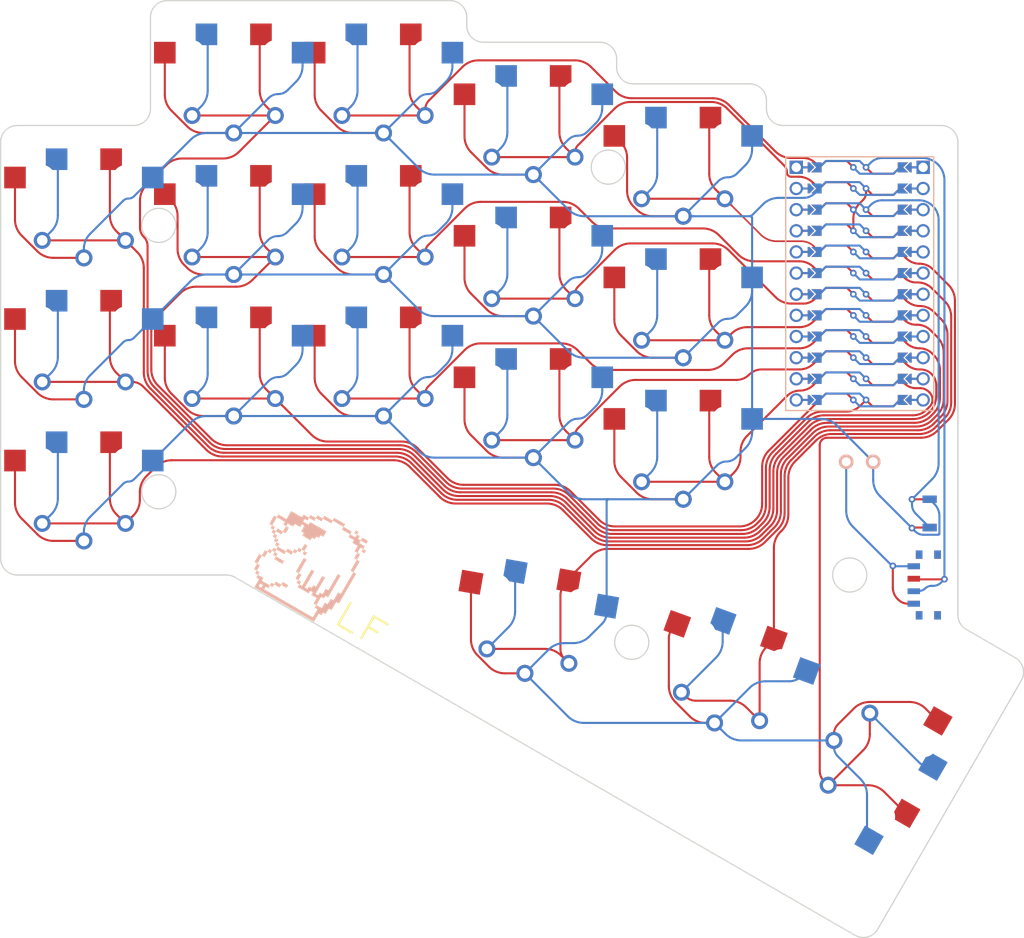
<source format=kicad_pcb>
(kicad_pcb (version 20211014) (generator pcbnew)
  (title_block (title "keyboard") (rev "v1.0.0") (company "Unknown"))
  (layers (0 "F.Cu" signal) (31 "B.Cu" signal) (34 "B.Paste" user) (35 "F.Paste" user) (36 "B.SilkS" user "B.Silkscreen") (37 "F.SilkS" user "F.Silkscreen") (38 "B.Mask" user) (39 "F.Mask" user) (44 "Edge.Cuts" user))
  (net 0 "")
  (net 1 "P14")
  (net 2 "GND")
  (net 3 "P15")
  (net 4 "P18")
  (net 5 "P9")
  (net 6 "P10")
  (net 7 "P16")
  (net 8 "P6")
  (net 9 "P3")
  (net 10 "P0")
  (net 11 "P7")
  (net 12 "P4")
  (net 13 "P1")
  (net 14 "P8")
  (net 15 "P5")
  (net 16 "P2")
  (net 17 "P19")
  (net 18 "P20")
  (net 19 "P21")
  (net 20 "RAW")
  (net 21 "RST")
  (net 22 "VCC")
  (net 23 "pos")
  (footprint "PG1350" (layer "F.Cu") (at 216.020719 111.495071 180)
    (fp_text reference "S22" hide)
    (fp_text value "" hide)
  )
  (footprint "PG1350" (layer "F.Cu") (at 198.020719 89.495071)
    (fp_text reference "S17" hide)
    (fp_text value "" hide)
  )
  (footprint "PG1350" (layer "F.Cu") (at 162.020719 138.495071)
    (fp_text reference "S1" hide)
    (fp_text value "" hide)
  )
  (footprint "PG1350" (layer "F.Cu") (at 198.020719 123.495071)
    (fp_text reference "S13" hide)
    (fp_text value "" hide)
  )
  (footprint "PG1350" (layer "F.Cu") (at 257.226984 171.31824 -120)
    (fp_text reference "S35" hide)
    (fp_text value "" hide)
  )
  (footprint "PG1350" (layer "F.Cu") (at 180.020719 89.495071)
    (fp_text reference "S11" hide)
    (fp_text value "" hide)
  )
  (footprint "PG1350" (layer "F.Cu") (at 216.020719 94.495071 180)
    (fp_text reference "S24" hide)
    (fp_text value "" hide)
  )
  (footprint "PG1350" (layer "F.Cu") (at 234.020719 99.495071 180)
    (fp_text reference "S30" hide)
    (fp_text value "" hide)
  )
  (footprint "PG1350" (layer "F.Cu") (at 180.020719 106.495071 180)
    (fp_text reference "S10" hide)
    (fp_text value "" hide)
  )
  (footprint "PG1350" (layer "F.Cu") (at 239.801213 160.719067 -20)
    (fp_text reference "S33" hide)
    (fp_text value "" hide)
  )
  (footprint "PG1350" (layer "F.Cu") (at 180.020719 123.495071)
    (fp_text reference "S7" hide)
    (fp_text value "" hide)
  )
  (footprint "PG1350" (layer "F.Cu") (at 234.020719 116.495071)
    (fp_text reference "S27" hide)
    (fp_text value "" hide)
  )
  (footprint "PG1350" (layer "F.Cu") (at 234.020719 133.495071 180)
    (fp_text reference "S26" hide)
    (fp_text value "" hide)
  )
  (footprint "PG1350" (layer "F.Cu") (at 257.226984 171.31824 60)
    (fp_text reference "S36" hide)
    (fp_text value "" hide)
  )
  (footprint "PG1350" (layer "F.Cu") (at 162.020719 138.495071 180)
    (fp_text reference "S2" hide)
    (fp_text value "" hide)
  )
  (footprint "PG1350" (layer "F.Cu") (at 180.020719 106.495071)
    (fp_text reference "S9" hide)
    (fp_text value "" hide)
  )
  (footprint "PG1350" (layer "F.Cu") (at 180.020719 123.495071 180)
    (fp_text reference "S8" hide)
    (fp_text value "" hide)
  )
  (footprint "PG1350" (layer "F.Cu") (at 216.020719 154.495071 -10)
    (fp_text reference "S31" hide)
    (fp_text value "" hide)
  )
  (footprint "PG1350" (layer "F.Cu") (at 234.020719 99.495071)
    (fp_text reference "S29" hide)
    (fp_text value "" hide)
  )
  (footprint "PG1350" (layer "F.Cu") (at 180.020719 89.495071 180)
    (fp_text reference "S12" hide)
    (fp_text value "" hide)
  )
  (footprint "PG1350" (layer "F.Cu") (at 216.020719 154.495071 170)
    (fp_text reference "S32" hide)
    (fp_text value "" hide)
  )
  (footprint "PG1350" (layer "F.Cu") (at 198.020719 106.495071)
    (fp_text reference "S15" hide)
    (fp_text value "" hide)
  )
  (footprint "Desktop:mole" (layer "F.Cu") (at 188.764188 146.647543 -30)
    (fp_text reference "")
    (fp_text value "LOGO" hide)
  )
  (footprint "PG1350" (layer "F.Cu") (at 234.020719 116.495071 180)
    (fp_text reference "S28" hide)
    (fp_text value "" hide)
  )
  (footprint "PG1350" (layer "F.Cu") (at 198.020719 123.495071 180)
    (fp_text reference "S14" hide)
    (fp_text value "" hide)
  )
  (footprint "PG1350" (layer "F.Cu") (at 239.801213 160.719067 160)
    (fp_text reference "S34" hide)
    (fp_text value "" hide)
  )
  (footprint "PG1350" (layer "F.Cu") (at 162.020719 104.495071 180)
    (fp_text reference "S6" hide)
    (fp_text value "" hide)
  )
  (footprint "PG1350" (layer "F.Cu") (at 198.020719 106.495071 180)
    (fp_text reference "S16" hide)
    (fp_text value "" hide)
  )
  (footprint "PG1350" (layer "F.Cu") (at 162.020719 121.495071)
    (fp_text reference "S3" hide)
    (fp_text value "" hide)
  )
  (footprint "PG1350" (layer "F.Cu") (at 216.020719 111.495071)
    (fp_text reference "S21" hide)
    (fp_text value "" hide)
  )
  (footprint "keyboard_reversible:ProMicro" (layer "F.Cu") (at 255.220719 113.495071 -90)
    (fp_text reference "REF**" hide)
    (fp_text value "ProMicro")
  )
  (footprint "Button_Switch_SMD:SW_SPDT_PCM12" (layer "F.Cu") (at 263.145719 149.695071 90)
    (fp_text reference "")
    (fp_text value "")
  )
  (footprint "Button_Switch_SMD:SW_SPST_B3U-1000P" (layer "F.Cu") (at 263.620719 141.095071 90)
    (fp_text reference "")
    (fp_text value "")
  )
  (footprint "PG1350" (layer "F.Cu") (at 162.020719 121.495071 180)
    (fp_text reference "S4" hide)
    (fp_text value "" hide)
  )
  (footprint "PG1350" (layer "F.Cu") (at 216.020719 128.495071)
    (fp_text reference "S19" hide)
    (fp_text value "" hide)
  )
  (footprint "PG1350" (layer "F.Cu") (at 198.020719 89.495071 180)
    (fp_text reference "S18" hide)
    (fp_text value "" hide)
  )
  (footprint "lib:bat" (layer "F.Cu") (at 255.220719 134.895071 90)
    (fp_text reference "")
    (fp_text value "")
  )
  (footprint "PG1350" (layer "F.Cu") (at 234.020719 133.495071)
    (fp_text reference "S25" hide)
    (fp_text value "" hide)
  )
  (footprint "PG1350" (layer "F.Cu") (at 162.020719 104.495071)
    (fp_text reference "S5" hide)
    (fp_text value "" hide)
  )
  (footprint "PG1350" (layer "F.Cu") (at 216.020719 128.495071 180)
    (fp_text reference "S20" hide)
    (fp_text value "" hide)
  )
  (footprint "PG1350" (layer "F.Cu") (at 216.020719 94.495071)
    (fp_text reference "S23" hide)
    (fp_text value "" hide)
  )
  (footprint "Desktop:mole" (layer "B.Cu") (at 188.764188 146.647543 150)
    (fp_text reference "")
    (fp_text value "LOGO" hide)
  )
  (gr_line (start 210.020719 84.495071) (end 224.020719 84.495071) (layer "Edge.Cuts") (width 0.15))
  (gr_line (start 208.020719 82.495071) (end 208.020719 81.495071) (layer "Edge.Cuts") (width 0.15))
  (gr_arc (start 154.020719 148.495071) (mid 152.606505 147.909285) (end 152.020719 146.495071) (layer "Edge.Cuts") (width 0.15))
  (gr_line (start 244.020719 92.495071) (end 244.020719 91.495071) (layer "Edge.Cuts") (width 0.15))
  (gr_line (start 257.387238 191.040672) (end 274.637238 161.162796) (layer "Edge.Cuts") (width 0.15))
  (gr_arc (start 246.020719 94.495071) (mid 244.606505 93.909285) (end 244.020719 92.495071) (layer "Edge.Cuts") (width 0.15))
  (gr_arc (start 170.020719 81.495071) (mid 170.606505 80.080857) (end 172.020719 79.495071) (layer "Edge.Cuts") (width 0.15))
  (gr_line (start 152.020719 146.495071) (end 152.020719 96.495071) (layer "Edge.Cuts") (width 0.15))
  (gr_circle (center 227.838412 156.578849) (end 229.888412 156.578849) (layer "Edge.Cuts") (width 0.15) (fill none))
  (gr_arc (start 152.020719 96.495071) (mid 152.606505 95.080857) (end 154.020719 94.495071) (layer "Edge.Cuts") (width 0.15))
  (gr_arc (start 242.020719 89.495071) (mid 243.434933 90.080857) (end 244.020719 91.495071) (layer "Edge.Cuts") (width 0.15))
  (gr_circle (center 225.020719 99.495071) (end 227.070719 99.495071) (layer "Edge.Cuts") (width 0.15) (fill none))
  (gr_circle (center 171.020719 138.495071) (end 173.070719 138.495071) (layer "Edge.Cuts") (width 0.15) (fill none))
  (gr_line (start 170.020719 92.495071) (end 170.020719 81.495071) (layer "Edge.Cuts") (width 0.15))
  (gr_circle (center 254.020719 148.495071) (end 256.070719 148.495071) (layer "Edge.Cuts") (width 0.15) (fill none))
  (gr_line (start 265.020719 94.495071) (end 246.020719 94.495071) (layer "Edge.Cuts") (width 0.15))
  (gr_line (start 180.160197 148.76302) (end 254.655188 191.772723) (layer "Edge.Cuts") (width 0.15))
  (gr_arc (start 273.905188 158.430746) (mid 274.837039 159.645158) (end 274.637238 161.162796) (layer "Edge.Cuts") (width 0.15))
  (gr_arc (start 179.160197 148.495071) (mid 179.677835 148.563219) (end 180.160197 148.76302) (layer "Edge.Cuts") (width 0.15))
  (gr_arc (start 170.020719 92.495071) (mid 169.434933 93.909285) (end 168.020719 94.495071) (layer "Edge.Cuts") (width 0.15))
  (gr_line (start 267.020719 153.301294) (end 267.020719 96.495071) (layer "Edge.Cuts") (width 0.15))
  (gr_line (start 268.020719 155.033345) (end 273.905188 158.430745) (layer "Edge.Cuts") (width 0.15))
  (gr_line (start 228.020719 89.495071) (end 242.020719 89.495071) (layer "Edge.Cuts") (width 0.15))
  (gr_arc (start 206.020719 79.495071) (mid 207.434933 80.080857) (end 208.020719 81.495071) (layer "Edge.Cuts") (width 0.15))
  (gr_line (start 172.020719 79.495071) (end 206.020719 79.495071) (layer "Edge.Cuts") (width 0.15))
  (gr_line (start 154.020719 148.495071) (end 179.160197 148.495071) (layer "Edge.Cuts") (width 0.15))
  (gr_arc (start 268.020719 155.033345) (mid 267.288668 154.301294) (end 267.020719 153.301294) (layer "Edge.Cuts") (width 0.15))
  (gr_arc (start 265.020719 94.495071) (mid 266.434933 95.080857) (end 267.020719 96.495071) (layer "Edge.Cuts") (width 0.15))
  (gr_arc (start 228.020719 89.495071) (mid 226.606505 88.909285) (end 226.020719 87.495071) (layer "Edge.Cuts") (width 0.15))
  (gr_circle (center 171.020719 106.495071) (end 173.070719 106.495071) (layer "Edge.Cuts") (width 0.15) (fill none))
  (gr_arc (start 257.387239 191.040672) (mid 256.172826 191.972524) (end 254.655188 191.772723) (layer "Edge.Cuts") (width 0.15))
  (gr_arc (start 210.020719 84.495071) (mid 208.606505 83.909285) (end 208.020719 82.495071) (layer "Edge.Cuts") (width 0.15))
  (gr_line (start 226.020719 87.495071) (end 226.020719 86.495071) (layer "Edge.Cuts") (width 0.15))
  (gr_line (start 154.020719 94.495071) (end 168.020719 94.495071) (layer "Edge.Cuts") (width 0.15))
  (gr_arc (start 224.020719 84.495071) (mid 225.434933 85.080857) (end 226.020719 86.495071) (layer "Edge.Cuts") (width 0.15))
  (gr_text "LF" (at 195.302429 154.460742 -30) (layer "F.SilkS") (effects (font (size 3 4) (thickness 0.3))))
  (segment (start 207.070816 139.009302) (end 218.016853 139.009302) (width 0.25) (layer "F.Cu") (net 1))
  (segment (start 245.647885 134.119058) (end 249.210265 130.556678) (width 0.25) (layer "F.Cu") (net 1))
  (segment (start 167.817615 109.091967) (end 168.425271 109.699623) (width 0.25) (layer "F.Cu") (net 1))
  (segment (start 244.054092 142.416231) (end 243.257918 143.212405) (width 0.25) (layer "F.Cu") (net 1))
  (segment (start 166.192292 107.466644) (end 167.817615 109.091967) (width 0.25) (layer "F.Cu") (net 1))
  (segment (start 262.384358 123.80056) (end 262.522862 123.80056) (width 0.25) (layer "F.Cu") (net 1))
  (segment (start 166.210762 108.295071) (end 157.020719 108.295071) (width 0.25) (layer "F.Cu") (net 1))
  (segment (start 169.222168 124.172461) (end 169.222168 111.623501) (width 0.25) (layer "F.Cu") (net 1))
  (segment (start 165.943094 107.217446) (end 166.192292 107.466644) (width 0.25) (layer "F.Cu") (net 1))
  (segment (start 205.146938 138.212405) (end 201.540731 134.606198) (width 0.25) (layer "F.Cu") (net 1))
  (segment (start 261.645042 129.759782) (end 251.134143 129.759782) (width 0.25) (layer "F.Cu") (net 1))
  (segment (start 264.41475 125.692447) (end 264.41475 126.990075) (width 0.25) (layer "F.Cu") (net 1))
  (segment (start 219.940731 139.806198) (end 223.346938 143.212405) (width 0.25) (layer "F.Cu") (net 1))
  (segment (start 225.270816 144.009302) (end 241.33404 144.009302) (width 0.25) (layer "F.Cu") (net 1))
  (segment (start 165.146198 105.293568) (end 165.146198 98.800319) (width 0.25) (layer "F.Cu") (net 1))
  (segment (start 244.850989 136.042936) (end 244.850989 140.492353) (width 0.25) (layer "F.Cu") (net 1))
  (segment (start 263.56892 128.962885) (end 263.617853 128.913953) (width 0.25) (layer "F.Cu") (net 1))
  (segment (start 178.859007 133.809302) (end 199.616853 133.809302) (width 0.25) (layer "F.Cu") (net 1))
  (segment (start 260.810149 123.148501) (end 260.046719 122.385071) (width 0.25) (layer "F.Cu") (net 1))
  (segment (start 165.220958 98.619831) (end 165.295719 98.545071) (width 0.25) (layer "F.Cu") (net 1))
  (segment (start 170.019064 126.096339) (end 176.935129 133.012405) (width 0.25) (layer "F.Cu") (net 1))
  (arc (start 165.146198 105.293568) (mid 165.353304 106.334763) (end 165.943094 107.217446) (width 0.25) (layer "F.Cu") (net 1))
  (arc (start 167.817615 109.091967) (mid 167.017324 108.502177) (end 166.210762 108.295071) (width 0.25) (layer "F.Cu") (net 1))
  (arc (start 205.146938 138.212405) (mid 206.029621 138.802195) (end 207.070816 139.009302) (width 0.25) (layer "F.Cu") (net 1))
  (arc (start 219.940731 139.806198) (mid 219.058048 139.216408) (end 218.016853 139.009302) (width 0.25) (layer "F.Cu") (net 1))
  (arc (start 176.935129 133.012405) (mid 177.817812 133.602195) (end 178.859007 133.809302) (width 0.25) (layer "F.Cu") (net 1))
  (arc (start 169.222168 124.172461) (mid 169.429274 125.213656) (end 170.019064 126.096339) (width 0.25) (layer "F.Cu") (net 1))
  (arc (start 166.210762 108.295071) (mid 166.428253 107.995498) (end 166.192292 107.466644) (width 0.25) (layer "F.Cu") (net 1))
  (arc (start 223.346938 143.212405) (mid 224.229621 143.802195) (end 225.270816 144.009302) (width 0.25) (layer "F.Cu") (net 1))
  (arc (start 263.56892 128.962885) (mid 262.686237 129.552675) (end 261.645042 129.759782) (width 0.25) (layer "F.Cu") (net 1))
  (arc (start 243.257918 143.212405) (mid 242.375235 143.802195) (end 241.33404 144.009302) (width 0.25) (layer "F.Cu") (net 1))
  (arc (start 260.810149 123.148501) (mid 261.532402 123.631095) (end 262.384358 123.80056) (width 0.25) (layer "F.Cu") (net 1))
  (arc (start 263.860629 124.354681) (mid 264.270738 124.968453) (end 264.41475 125.692447) (width 0.25) (layer "F.Cu") (net 1))
  (arc (start 165.220958 98.619831) (mid 165.165627 98.702639) (end 165.146198 98.800319) (width 0.25) (layer "F.Cu") (net 1))
  (arc (start 251.134143 129.759782) (mid 250.092948 129.966888) (end 249.210265 130.556678) (width 0.25) (layer "F.Cu") (net 1))
  (arc (start 168.425271 109.699623) (mid 169.015061 110.582306) (end 169.222168 111.623501) (width 0.25) (layer "F.Cu") (net 1))
  (arc (start 201.540731 134.606198) (mid 200.658048 134.016408) (end 199.616853 133.809302) (width 0.25) (layer "F.Cu") (net 1))
  (arc (start 245.647885 134.119058) (mid 245.058095 135.001741) (end 244.850989 136.042936) (width 0.25) (layer "F.Cu") (net 1))
  (arc (start 263.860629 124.354681) (mid 263.246856 123.944571) (end 262.522862 123.80056) (width 0.25) (layer "F.Cu") (net 1))
  (arc (start 264.41475 126.990075) (mid 264.207643 128.03127) (end 263.617853 128.913953) (width 0.25) (layer "F.Cu") (net 1))
  (arc (start 244.850989 140.492353) (mid 244.643882 141.533548) (end 244.054092 142.416231) (width 0.25) (layer "F.Cu") (net 1))
  (segment (start 158.098343 107.217446) (end 157.020719 108.295071) (width 0.25) (layer "B.Cu") (net 1))
  (segment (start 158.820479 98.619831) (end 158.745719 98.545071) (width 0.25) (layer "B.Cu") (net 1))
  (segment (start 158.89524 105.293568) (end 158.89524 98.800319) (width 0.25) (layer "B.Cu") (net 1))
  (arc (start 158.820479 98.619831) (mid 158.87581 98.702639) (end 158.89524 98.800319) (width 0.25) (layer "B.Cu") (net 1))
  (arc (start 158.89524 105.293568) (mid 158.688133 106.334763) (end 158.098343 107.217446) (width 0.25) (layer "B.Cu") (net 1))
  (segment (start 212.35193 117.395071) (end 216.020719 117.395071) (width 0.25) (layer "F.Cu") (net 2))
  (segment (start 153.745719 122.788859) (end 153.745719 117.745071) (width 0.25) (layer "F.Cu") (net 2))
  (segment (start 207.745719 129.788859) (end 207.745719 124.745071) (width 0.25) (layer "F.Cu") (net 2))
  (segment (start 172.51151 103.510862) (end 171.745719 102.745071) (width 0.25) (layer "F.Cu") (net 2))
  (segment (start 173.277302 105.359646) (end 173.277302 109.320442) (width 0.25) (layer "F.Cu") (net 2))
  (segment (start 153.745719 139.788859) (end 153.745719 134.745071) (width 0.25) (layer "F.Cu") (net 2))
  (segment (start 263.129697 164.544498) (end 264.612079 166.02688) (width 0.25) (layer "F.Cu") (net 2))
  (segment (start 192.428052 128.598174) (end 190.542615 126.712737) (width 0.25) (layer "F.Cu") (net 2))
  (segment (start 232.293564 156.096466) (end 232.293564 161.840934) (width 0.25) (layer "F.Cu") (net 2))
  (segment (start 209.319512 158.147565) (end 210.680487 159.50854) (width 0.25) (layer "F.Cu") (net 2))
  (segment (start 252.625433 166.4234) (end 254.504335 164.544498) (width 0.25) (layer "F.Cu") (net 2))
  (segment (start 212.604365 160.305437) (end 214.996195 160.305437) (width 0.25) (layer "F.Cu") (net 2))
  (segment (start 189.745719 90.788859) (end 189.745719 85.745071) (width 0.25) (layer "F.Cu") (net 2))
  (segment (start 261.614536 142.795071) (end 263.620719 142.795071) (width 0.25) (layer "F.Cu") (net 2))
  (segment (start 158.35193 127.395071) (end 162.020719 127.395071) (width 0.25) (layer "F.Cu") (net 2))
  (segment (start 256.428213 163.747602) (end 261.205819 163.747602) (width 0.25) (layer "F.Cu") (net 2))
  (segment (start 212.35193 100.395071) (end 216.020719 100.395071) (width 0.25) (layer "F.Cu") (net 2))
  (segment (start 171.745719 90.788859) (end 171.745719 85.745071) (width 0.25) (layer "F.Cu") (net 2))
  (segment (start 174.428052 111.598174) (end 174.074198 111.24432) (width 0.25) (layer "F.Cu") (net 2))
  (segment (start 176.35193 112.395071) (end 180.020719 112.395071) (width 0.25) (layer "F.Cu") (net 2))
  (segment (start 194.35193 95.395071) (end 198.020719 95.395071) (width 0.25) (layer "F.Cu") (net 2))
  (segment (start 236.686097 166.263253) (end 237.783294 166.263253) (width 0.25) (layer "F.Cu") (net 2))
  (segment (start 156.428052 126.598174) (end 154.542615 124.712737) (width 0.25) (layer "F.Cu") (net 2))
  (segment (start 254.458719 105.682701) (end 254.458719 107.145071) (width 0.25) (layer "F.Cu") (net 2))
  (segment (start 208.542615 131.712737) (end 210.428052 133.598174) (width 0.25) (layer "F.Cu") (net 2))
  (segment (start 252.117434 167.64982) (end 252.117434 168.36824) (width 0.25) (layer "F.Cu") (net 2))
  (segment (start 207.745719 112.788859) (end 207.745719 107.745071) (width 0.25) (layer "F.Cu") (net 2))
  (segment (start 189.745719 124.788859) (end 189.745719 119.745071) (width 0.25) (layer "F.Cu") (net 2))
  (segment (start 153.745719 105.788859) (end 153.745719 100.745071) (width 0.25) (layer "F.Cu") (net 2))
  (segment (start 174.428052 128.598174) (end 172.542615 126.712737) (width 0.25) (layer "F.Cu") (net 2))
  (segment (start 158.35193 144.395071) (end 162.020719 144.395071) (width 0.25) (layer "F.Cu") (net 2))
  (segment (start 176.35193 129.395071) (end 180.020719 129.395071) (width 0.25) (layer "F.Cu") (net 2))
  (segment (start 255.982719 102.573071) (end 255.982719 102.065071) (width 0.25) (layer "F.Cu") (net 2))
  (segment (start 228.428052 104.598174) (end 228.074198 104.24432) (width 0.25) (layer "F.Cu") (net 2))
  (segment (start 208.542615 97.712737) (end 210.428052 99.598174) (width 0.25) (layer "F.Cu") (net 2))
  (segment (start 228.428052 138.598174) (end 226.542615 136.712737) (width 0.25) (layer "F.Cu") (net 2))
  (segment (start 156.428052 109.598174) (end 154.542615 107.712737) (width 0.25) (layer "F.Cu") (net 2))
  (segment (start 192.428052 111.598174) (end 190.542615 109.712737) (width 0.25) (layer "F.Cu") (net 2))
  (segment (start 207.745719 95.788859) (end 207.745719 90.745071) (width 0.25) (layer "F.Cu") (net 2))
  (segment (start 208.542615 114.712737) (end 210.428052 116.598174) (width 0.25) (layer "F.Cu") (net 2))
  (segment (start 171.745719 124.788859) (end 171.745719 119.745071) (width 0.25) (layer "F.Cu") (net 2))
  (segment (start 233.09046 163.764812) (end 234.813065 165.487417) (width 0.25) (layer "F.Cu") (net 2))
  (segment (start 225.745719 117.788859) (end 225.745719 112.745071) (width 0.25) (layer "F.Cu") (net 2))
  (segment (start 192.428052 94.598174) (end 190.542615 92.712737) (width 0.25) (layer "F.Cu") (net 2))
  (segment (start 227.277302 98.359646) (end 227.277302 102.320442) (width 0.25) (layer "F.Cu") (net 2))
  (segment (start 158.35193 110.395071) (end 162.020719 110.395071) (width 0.25) (layer "F.Cu") (net 2))
  (segment (start 156.428052 143.598174) (end 154.542615 141.712737) (width 0.25) (layer "F.Cu") (net 2))
  (segment (start 208.522616 156.223687) (end 208.522616 149.365103) (width 0.25) (layer "F.Cu") (net 2))
  (segment (start 230.35193 105.395071) (end 234.020719 105.395071) (width 0.25) (layer "F.Cu") (net 2))
  (segment (start 230.35193 139.395071) (end 234.020719 139.395071) (width 0.25) (layer "F.Cu") (net 2))
  (segment (start 194.35193 112.395071) (end 198.020719 112.395071) (width 0.25) (layer "F.Cu") (net 2))
  (segment (start 189.745719 107.788859) (end 189.745719 102.745071) (width 0.25) (layer "F.Cu") (net 2))
  (segment (start 174.428052 94.598174) (end 172.542615 92.712737) (width 0.25) (layer "F.Cu") (net 2))
  (segment (start 212.35193 134.395071) (end 216.020719 134.395071) (width 0.25) (layer "F.Cu") (net 2))
  (segment (start 255.623508 103.440281) (end 255.220719 103.843071) (width 0.25) (layer "F.Cu") (net 2))
  (segment (start 226.51151 96.510862) (end 225.745719 95.745071) (width 0.25) (layer "F.Cu") (net 2))
  (segment (start 194.35193 129.395071) (end 198.020719 129.395071) (width 0.25) (layer "F.Cu") (net 2))
  (segment (start 225.745719 134.788859) (end 225.745719 129.745071) (width 0.25) (layer "F.Cu") (net 2))
  (segment (start 261.502429 142.860742) (end 261.535264 142.827906) (width 0.25) (layer "F.Cu") (net 2))
  (segment (start 228.428052 121.598174) (end 226.542615 119.712737) (width 0.25) (layer "F.Cu") (net 2))
  (segment (start 230.35193 122.395071) (end 234.020719 122.395071) (width 0.25) (layer "F.Cu") (net 2))
  (segment (start 176.35193 95.395071) (end 180.020719 95.395071) (width 0.25) (layer "F.Cu") (net 2))
  (segment (start 232.800698 154.872137) (end 233.307832 154.365003) (width 0.25) (layer "F.Cu") (net 2))
  (via (at 261.502429 142.860742) (size 0.8) (drill 0.4) (layers "F.Cu" "B.Cu") (net 2))
  (arc (start 255.220719 103.843071) (mid 254.656756 104.6871) (end 254.458719 105.682701) (width 0.25) (layer "F.Cu") (net 2))
  (arc (start 226.51151 96.510862) (mid 227.078279 97.359091) (end 227.277302 98.359646) (width 0.25) (layer "F.Cu") (net 2))
  (arc (start 225.745719 134.788859) (mid 225.952825 135.830054) (end 226.542615 136.712737) (width 0.25) (layer "F.Cu") (net 2))
  (arc (start 228.428052 121.598174) (mid 229.310735 122.187964) (end 230.35193 122.395071) (width 0.25) (layer "F.Cu") (net 2))
  (arc (start 208.522616 156.223687) (mid 208.729722 157.264882) (end 209.319512 158.147565) (width 0.25) (layer "F.Cu") (net 2))
  (arc (start 255.982719 102.573071) (mid 255.889363 103.042401) (end 255.623508 103.440281) (width 0.25) (layer "F.Cu") (net 2))
  (arc (start 174.428052 128.598174) (mid 175.310735 129.187964) (end 176.35193 129.395071) (width 0.25) (layer "F.Cu") (net 2))
  (arc (start 228.428052 104.598174) (mid 229.310735 105.187964) (end 230.35193 105.395071) (width 0.25) (layer "F.Cu") (net 2))
  (arc (start 192.428052 128.598174) (mid 193.310735 129.187964) (end 194.35193 129.395071) (width 0.25) (layer "F.Cu") (net 2))
  (arc (start 210.428052 99.598174) (mid 211.310735 100.187964) (end 212.35193 100.395071) (width 0.25) (layer "F.Cu") (net 2))
  (arc (start 153.745719 105.788859) (mid 153.952825 106.830054) (end 154.542615 107.712737) (width 0.25) (layer "F.Cu") (net 2))
  (arc (start 207.745719 95.788859) (mid 207.952825 96.830054) (end 208.542615 97.712737) (width 0.25) (layer "F.Cu") (net 2))
  (arc (start 232.800698 154.872137) (mid 232.425363 155.433864) (end 232.293564 156.096466) (width 0.25) (layer "F.Cu") (net 2))
  (arc (start 207.745719 129.788859) (mid 207.952825 130.830054) (end 208.542615 131.712737) (width 0.25) (layer "F.Cu") (net 2))
  (arc (start 207.745719 112.788859) (mid 207.952825 113.830054) (end 208.542615 114.712737) (width 0.25) (layer "F.Cu") (net 2))
  (arc (start 210.428052 116.598174) (mid 211.310735 117.187964) (end 212.35193 117.395071) (width 0.25) (layer "F.Cu") (net 2))
  (arc (start 192.428052 94.598174) (mid 193.310735 95.187964) (end 194.35193 95.395071) (width 0.25) (layer "F.Cu") (net 2))
  (arc (start 189.745719 107.788859) (mid 189.952825 108.830054) (end 190.542615 109.712737) (width 0.25) (layer "F.Cu") (net 2))
  (arc (start 263.129697 164.544498) (mid 262.247014 163.954708) (end 261.205819 163.747602) (width 0.25) (layer "F.Cu") (net 2))
  (arc (start 228.428052 138.598174) (mid 229.310735 139.187964) (end 230.35193 139.395071) (width 0.25) (layer "F.Cu") (net 2))
  (arc (start 156.428052 126.598174) (mid 157.310735 127.187964) (end 158.35193 127.395071) (width 0.25) (layer "F.Cu") (net 2))
  (arc (start 156.428052 143.598174) (mid 157.310735 144.187964) (end 158.35193 144.395071) (width 0.25) (layer "F.Cu") (net 2))
  (arc (start 174.428052 111.598174) (mid 175.310735 112.187964) (end 176.35193 112.395071) (width 0.25) (layer "F.Cu") (net 2))
  (arc (start 189.745719 124.788859) (mid 189.952825 125.830054) (end 190.542615 126.712737) (width 0.25) (layer "F.Cu") (net 2))
  (arc (start 174.428052 94.598174) (mid 175.310735 95.187964) (end 176.35193 95.395071) (width 0.25) (layer "F.Cu") (net 2))
  (arc (start 171.745719 124.788859) (mid 171.952825 125.830054) (end 172.542615 126.712737) (width 0.25) (layer "F.Cu") (net 2))
  (arc (start 210.428052 133.598174) (mid 211.310735 134.187964) (end 212.35193 134.395071) (width 0.25) (layer "F.Cu") (net 2))
  (arc (start 192.428052 111.598174) (mid 193.310735 112.187964) (end 194.35193 112.395071) (width 0.25) (layer "F.Cu") (net 2))
  (arc (start 153.745719 139.788859) (mid 153.952825 140.830054) (end 154.542615 141.712737) (width 0.25) (layer "F.Cu") (net 2))
  (arc (start 172.51151 103.510862) (mid 173.078279 104.359091) (end 173.277302 105.359646) (width 0.25) (layer "F.Cu") (net 2))
  (arc (start 256.428213 163.747602) (mid 255.387018 163.954708) (end 254.504335 164.544498) (width 0.25) (layer "F.Cu") (net 2))
  (arc (start 225.745719 117.788859) (mid 225.952825 118.830054) (end 226.542615 119.712737) (width 0.25) (layer "F.Cu") (net 2))
  (arc (start 232.293564 161.840934) (mid 232.50067 162.882129) (end 233.09046 163.764812) (width 0.25) (layer "F.Cu") (net 2))
  (arc (start 156.428052 109.598174) (mid 157.310735 110.187964) (end 158.35193 110.395071) (width 0.25) (layer "F.Cu") (net 2))
  (arc (start 171.745719 90.788859) (mid 171.952825 91.830054) (end 172.542615 92.712737) (width 0.25) (layer "F.Cu") (net 2))
  (arc (start 153.745719 122.788859) (mid 153.952825 123.830054) (end 154.542615 124.712737) (width 0.25) (layer "F.Cu") (net 2))
  (arc (start 234.813065 165.487417) (mid 235.672419 166.061619) (end 236.686097 166.263253) (width 0.25) (layer "F.Cu") (net 2))
  (arc (start 261.614536 142.795071) (mid 261.571634 142.803604) (end 261.535264 142.827906) (width 0.25) (layer "F.Cu") (net 2))
  (arc (start 252.625433 166.4234) (mid 252.249458 166.986086) (end 252.117434 167.64982) (width 0.25) (layer "F.Cu") (net 2))
  (arc (start 173.277302 109.320442) (mid 173.484408 110.361637) (end 174.074198 111.24432) (width 0.25) (layer "F.Cu") (net 2))
  (arc (start 227.277302 102.320442) (mid 227.484408 103.361637) (end 228.074198 104.24432) (width 0.25) (layer "F.Cu") (net 2))
  (arc (start 189.745719 90.788859) (mid 189.952825 91.830054) (end 190.542615 92.712737) (width 0.25) (layer "F.Cu") (net 2))
  (arc (start 210.680487 159.50854) (mid 211.56317 160.09833) (end 212.604365 160.305437) (width 0.25) (layer "F.Cu") (net 2))
  (segment (start 186.499595 90.249202) (end 187.498822 89.249975) (width 0.25) (layer "B.Cu") (net 2))
  (segment (start 243.295718 129.745071) (end 250.563737 129.745071) (width 0.25) (layer "B.Cu") (net 2))
  (segment (start 264.207974 139.982326) (end 263.620719 139.395071) (width 0.25) (layer "B.Cu") (net 2))
  (segment (start 204.1477 134.395071) (end 214.893737 134.395071) (width 0.25) (layer "B.Cu") (net 2))
  (segment (start 171.124145 133.916644) (end 174.848822 130.191967) (width 0.25) (layer "B.Cu") (net 2))
  (segment (start 222.1477 139.395071) (end 224.864214 139.395071) (width 0.25) (layer "B.Cu") (net 2))
  (segment (start 261.902429 143.260742) (end 261.502429 142.860742) (width 0.25) (layer "B.Cu") (net 2))
  (segment (start 241.498822 99.249975) (end 240.499595 100.249202) (width 0.25) (layer "B.Cu") (net 2))
  (segment (start 255.303161 172.990807) (end 252.625433 170.313079) (width 0.25) (layer "B.Cu") (net 2))
  (segment (start 220.817767 156.675557) (end 219.753056 156.675557) (width 0.25) (layer "B.Cu") (net 2))
  (segment (start 234.817615 138.598174) (end 238.083758 135.332031) (width 0.25) (layer "B.Cu") (net 2))
  (segment (start 261.502429 142.860742) (end 257.637615 138.995928) (width 0.25) (layer "B.Cu") (net 2))
  (segment (start 188.295719 121.34047) (end 188.295719 119.745071) (width 0.25) (layer "B.Cu") (net 2))
  (segment (start 222.1477 105.395071) (end 232.893737 105.395071) (width 0.25) (layer "B.Cu") (net 2))
  (segment (start 242.295719 128.745071) (end 242.295719 113.330857) (width 0.25) (layer "B.Cu") (net 2))
  (segment (start 242.077859 105.395071) (end 235.192291 105.395071) (width 0.25) (layer "B.Cu") (net 2))
  (segment (start 224.295719 109.326097) (end 224.295719 107.745071) (width 0.25) (layer "B.Cu") (net 2))
  (segment (start 243.576692 103.986478) (end 242.231909 105.331261) (width 0.25) (layer "B.Cu") (net 2))
  (segment (start 220.157114 165.466356) (end 215.703301 161.012543) (width 0.25) (layer "B.Cu") (net 2))
  (segment (start 222.499595 95.249202) (end 223.498822 94.249975) (width 0.25) (layer "B.Cu") (net 2))
  (segment (start 181.192291 112.395071) (end 178.893737 112.395071) (width 0.25) (layer "B.Cu") (net 2))
  (segment (start 198.817615 113.191967) (end 202.223822 116.598174) (width 0.25) (layer "B.Cu") (net 2))
  (segment (start 184.153199 108.26259) (end 180.593444 111.822345) (width 0.25) (layer "B.Cu") (net 2))
  (segment (start 202.224008 125.191781) (end 198.727825 128.687964) (width 0.25) (layer "B.Cu") (net 2))
  (segment (start 242.295719 130.916643) (end 242.295719 128.745071) (width 0.25) (layer "B.Cu") (net 2))
  (segment (start 162.020719 109.328567) (end 162.020719 110.395071) (width 0.25) (layer "B.Cu") (net 2))
  (segment (start 178.893737 129.395071) (end 176.7727 129.395071) (width 0.25) (layer "B.Cu") (net 2))
  (segment (start 186.519049 124.24412) (end 187.498822 123.264348) (width 0.25) (layer "B.Cu") (net 2))
  (segment (start 248.475058 103.189582) (end 245.50057 103.189582) (width 0.25) (layer "B.Cu") (net 2))
  (segment (start 240.359345 134.389452) (end 241.498822 133.249975) (width 0.25) (layer "B.Cu") (net 2))
  (segment (start 178.893737 112.395071) (end 176.7727 112.395071) (width 0.25) (layer "B.Cu") (net 2))
  (segment (start 248.242092 160.643089) (end 248.859745 160.025436) (width 0.25) (layer "B.Cu") (net 2))
  (segment (start 238.224008 118.191781) (end 234.817615 121.598174) (width 0.25) (layer "B.Cu") (net 2))
  (segment (start 222.1477 122.395071) (end 232.893737 122.395071) (width 0.25) (layer "B.Cu") (net 2))
  (segment (start 242.295719 111.573499) (end 242.295719 113.330857) (width 0.25) (layer "B.Cu") (net 2))
  (segment (start 202.224008 91.191781) (end 198.727825 94.687964) (width 0.25) (layer "B.Cu") (net 2))
  (segment (start 224.821184 151.45891) (end 224.821184 139.645872) (width 0.25) (layer "B.Cu") (net 2))
  (segment (start 188.295719 104.34047) (end 188.295719 102.745071) (width 0.25) (layer "B.Cu") (net 2))
  (segment (start 206.295719 121.326097) (end 206.295719 119.745071) (width 0.25) (layer "B.Cu") (net 2))
  (segment (start 171.124145 116.916644) (end 169.467292 118.573497) (width 0.25) (layer "B.Cu") (net 2))
  (segment (start 169.467292 135.573497) (end 168.039136 137.001653) (width 0.25) (layer "B.Cu") (net 2))
  (segment (start 169.467292 101.573497) (end 168.039136 103.001653) (width 0.25) (layer "B.Cu") (net 2))
  (segment (start 216.817615 118.191967) (end 220.223822 121.598174) (width 0.25) (layer "B.Cu") (net 2))
  (segment (start 196.893737 112.395071) (end 181.192291 112.395071) (width 0.25) (layer "B.Cu") (net 2))
  (segment (start 162.020719 126.328567) (end 162.020719 127.395071) (width 0.25) (layer "B.Cu") (net 2))
  (segment (start 238.4904 165.556146) (end 241.988908 162.057638) (width 0.25) (layer "B.Cu") (net 2))
  (segment (start 235.192291 105.395071) (end 232.893737 105.395071) (width 0.25) (layer "B.Cu") (net 2))
  (segment (start 162.774851 141.50793) (end 166.745135 137.537646) (width 0.25) (layer "B.Cu") (net 2))
  (segment (start 214.893737 100.395071) (end 204.1477 100.395071) (width 0.25) (layer "B.Cu") (net 2))
  (segment (start 176.7727 95.395071) (end 178.893737 95.395071) (width 0.25) (layer "B.Cu") (net 2))
  (segment (start 181.192291 129.395071) (end 178.893737 129.395071) (width 0.25) (layer "B.Cu") (net 2))
  (segment (start 222.499595 112.249202) (end 223.498822 111.249975) (width 0.25) (layer "B.Cu") (net 2))
  (segment (start 262.868114 143.660742) (end 264.63961 143.660742) (width 0.25) (layer "B.Cu") (net 2))
  (segment (start 224.295719 126.326097) (end 224.295719 124.745071) (width 0.25) (layer "B.Cu") (net 2))
  (segment (start 232.893737 139.395071) (end 225.071985 139.395071) (width 0.25) (layer "B.Cu") (net 2))
  (segment (start 216.817615 101.191967) (end 220.223822 104.598174) (width 0.25) (layer "B.Cu") (net 2))
  (segment (start 181.192291 95.395071) (end 178.893737 95.395071) (width 0.25) (layer "B.Cu") (net 2))
  (segment (start 241.015262 168.36824) (end 251.399014 168.36824) (width 0.25) (layer "B.Cu") (net 2))
  (segment (start 171.124145 133.916644) (end 169.467292 135.573497) (width 0.25) (layer "B.Cu") (net 2))
  (segment (start 206.295719 87.326097) (end 206.295719 85.745071) (width 0.25) (layer "B.Cu") (net 2))
  (segment (start 162.020719 143.328567) (end 162.020719 144.395071) (width 0.25) (layer "B.Cu") (net 2))
  (segment (start 206.295719 104.34047) (end 206.295719 102.745071) (width 0.25) (layer "B.Cu") (net 2))
  (segment (start 224.864214 139.395071) (end 225.071985 139.395071) (width 0.25) (layer "B.Cu") (net 2))
  (segment (start 169.467292 118.573497) (end 168.039136 120.001653) (width 0.25) (layer "B.Cu") (net 2))
  (segment (start 224.821184 151.45891) (end 224.821184 153.019051) (width 0.25) (layer "B.Cu") (net 2))
  (segment (start 242.295719 97.326097) (end 242.295719 95.745071) (width 0.25) (layer "B.Cu") (net 2))
  (segment (start 238.224008 101.191781) (end 234.593444 104.822345) (width 0.25) (layer "B.Cu") (net 2))
  (segment (start 162.774851 124.50793) (end 166.745135 120.537646) (width 0.25) (layer "B.Cu") (net 2))
  (segment (start 198.817615 96.191967) (end 202.223822 99.598174) (width 0.25) (layer "B.Cu") (net 2))
  (segment (start 215.703301 159.59833) (end 217.829178 157.472453) (width 0.25) (layer "B.Cu") (net 2))
  (segment (start 239.091384 167.571343) (end 238.58019 167.060149) (width 0.25) (layer "B.Cu") (net 2))
  (segment (start 220.224008 130.191781) (end 216.727825 133.687964) (width 0.25) (layer "B.Cu") (net 2))
  (segment (start 246.750945 161.260742) (end 243.912786 161.260742) (width 0.25) (layer "B.Cu") (net 2))
  (segment (start 252.487615 130.541967) (end 256.043822 134.098174) (width 0.25) (layer "B.Cu") (net 2))
  (segment (start 222.499595 129.249202) (end 223.498822 128.249975) (width 0.25) (layer "B.Cu") (net 2))
  (segment (start 186.453322 107.309847) (end 187.498822 106.264348) (width 0.25) (layer "B.Cu") (net 2))
  (segment (start 222.741645 155.87866) (end 224.26959 154.350715) (width 0.25) (layer "B.Cu") (net 2))
  (segment (start 241.498822 116.249975) (end 240.499595 117.249202) (width 0.25) (layer "B.Cu") (net 2))
  (segment (start 264.79523 141.400086) (end 264.79523 143.505122) (width 0.25) (layer "B.Cu") (net 2))
  (segment (start 202.218926 108.196863) (end 198.727825 111.687964) (width 0.25) (layer "B.Cu") (net 2))
  (segment (start 242.295719 113.916643) (end 242.295719 111.573499) (width 0.25) (layer "B.Cu") (net 2))
  (segment (start 216.727825 116.687964) (end 220.224008 113.191781) (width 0.25) (layer "B.Cu") (net 2))
  (segment (start 204.519049 107.24412) (end 205.498822 106.264348) (width 0.25) (layer "B.Cu") (net 2))
  (segment (start 196.893737 95.395071) (end 181.192291 95.395071) (width 0.25) (layer "B.Cu") (net 2))
  (segment (start 196.893737 129.395071) (end 181.192291 129.395071) (width 0.25) (layer "B.Cu") (net 2))
  (segment (start 184.218926 125.196863) (end 180.593444 128.822345) (width 0.25) (layer "B.Cu") (net 2))
  (segment (start 256.218568 180.241089) (end 256.337079 180.3596) (width 0.25) (layer "B.Cu") (net 2))
  (segment (start 224.295719 92.326097) (end 224.295719 90.745071) (width 0.25) (layer "B.Cu") (net 2))
  (segment (start 222.080992 166.263253) (end 236.656312 166.263253) (width 0.25) (layer "B.Cu") (net 2))
  (segment (start 162.774851 107.50793) (end 166.745135 103.537646) (width 0.25) (layer "B.Cu") (net 2))
  (segment (start 204.499595 90.249202) (end 205.498822 89.249975) (width 0.25) (layer "B.Cu") (net 2))
  (segment (start 256.840719 137.07205) (end 256.840719 136.022052) (width 0.25) (layer "B.Cu") (net 2))
  (segment (start 249.832463 102.627326) (end 250.394719 102.065071) (width 0.25) (layer "B.Cu") (net 2))
  (segment (start 174.848822 96.191967) (end 171.124145 99.916644) (width 0.25) (layer "B.Cu") (net 2))
  (segment (start 204.499595 124.249202) (end 205.498822 123.249975) (width 0.25) (layer "B.Cu") (net 2))
  (segment (start 216.727825 99.687964) (end 220.224008 96.191781) (width 0.25) (layer "B.Cu") (net 2))
  (segment (start 214.893737 117.395071) (end 204.1477 117.395071) (width 0.25) (layer "B.Cu") (net 2))
  (segment (start 198.817615 130.191967) (end 202.223822 133.598174) (width 0.25) (layer "B.Cu") (net 2))
  (segment (start 242.295719 114.326097) (end 242.295719 113.916643) (width 0.25) (layer "B.Cu") (net 2))
  (segment (start 242.295719 105.61293) (end 242.295719 111.573499) (width 0.25) (layer "B.Cu") (net 2))
  (segment (start 171.124145 116.916644) (end 174.848822 113.191967) (width 0.25) (layer "B.Cu") (net 2))
  (segment (start 171.124145 99.916644) (end 169.467292 101.573497) (width 0.25) (layer "B.Cu") (net 2))
  (segment (start 256.100058 179.954979) (end 256.100058 174.914685) (width 0.25) (layer "B.Cu") (net 2))
  (segment (start 184.224008 91.191781) (end 180.593444 94.822345) (width 0.25) (layer "B.Cu") (net 2))
  (segment (start 220.223822 138.598174) (end 216.817615 135.191967) (width 0.25) (layer "B.Cu") (net 2))
  (segment (start 188.295719 87.326097) (end 188.295719 85.745071) (width 0.25) (layer "B.Cu") (net 2))
  (segment (start 242.295719 130.916643) (end 242.295719 131.326097) (width 0.25) (layer "B.Cu") (net 2))
  (arc (start 186.499595 90.249202) (mid 185.977571 90.598007) (end 185.361802 90.720492) (width 0.25) (layer "B.Cu") (net 2))
  (arc (start 234.817615 121.598174) (mid 233.934932 122.187964) (end 232.893737 122.395071) (width 0.25) (layer "B.Cu") (net 2))
  (arc (start 238.58019 167.060149) (mid 237.697507 166.470359) (end 236.656312 166.263253) (width 0.25) (layer "B.Cu") (net 2))
  (arc (start 261.902429 143.260742) (mid 262.345489 143.556785) (end 262.868114 143.660742) (width 0.25) (layer "B.Cu") (net 2))
  (arc (start 224.821184 153.019051) (mid 224.677829 153.739742) (end 224.26959 154.350715) (width 0.25) (layer "B.Cu") (net 2))
  (arc (start 202.223822 99.598174) (mid 203.106505 100.187964) (end 204.1477 100.395071) (width 0.25) (layer "B.Cu") (net 2))
  (arc (start 176.7727 129.395071) (mid 175.731505 129.602177) (end 174.848822 130.191967) (width 0.25) (layer "B.Cu") (net 2))
  (arc (start 239.091384 167.571343) (mid 239.974067 168.161133) (end 241.015262 168.36824) (width 0.25) (layer "B.Cu") (net 2))
  (arc (start 198.727825 94.687964) (mid 198.46123 95.421369) (end 198.817615 96.191967) (width 0.25) (layer "B.Cu") (net 2))
  (arc (start 214.893737 134.395071) (mid 215.911596 134.211299) (end 216.727825 133.687964) (width 0.25) (layer "B.Cu") (net 2))
  (arc (start 224.295719 92.326097) (mid 224.088612 93.367292) (end 223.498822 94.249975) (width 0.25) (layer "B.Cu") (net 2))
  (arc (start 198.817615 113.191967) (mid 197.934932 112.602177) (end 196.893737 112.395071) (width 0.25) (layer "B.Cu") (net 2))
  (arc (start 167.392136 103.26965) (mid 167.041981 103.339299) (end 166.745135 103.537646) (width 0.25) (layer "B.Cu") (net 2))
  (arc (start 239.361802 117.720492) (mid 238.746032 117.842976) (end 238.224008 118.191781) (width 0.25) (layer "B.Cu") (net 2))
  (arc (start 206.295719 104.34047) (mid 206.088612 105.381665) (end 205.498822 106.264348) (width 0.25) (layer "B.Cu") (net 2))
  (arc (start 206.295719 87.326097) (mid 206.088612 88.367292) (end 205.498822 89.249975) (width 0.25) (layer "B.Cu") (net 2))
  (arc (start 242.231909 105.45888) (mid 242.16123 105.411654) (end 242.077859 105.395071) (width 0.25) (layer "B.Cu") (net 2))
  (arc (start 186.453322 107.309847) (mid 185.925669 107.662413) (end 185.303261 107.786219) (width 0.25) (layer "B.Cu") (net 2))
  (arc (start 219.753056 156.675557) (mid 218.711861 156.882663) (end 217.829178 157.472453) (width 0.25) (layer "B.Cu") (net 2))
  (arc (start 215.703301 159.59833) (mid 215.410408 160.305436) (end 215.703301 161.012543) (width 0.25) (layer "B.Cu") (net 2))
  (arc (start 221.361802 129.720492) (mid 220.746032 129.842976) (end 220.224008 130.191781) (width 0.25) (layer "B.Cu") (net 2))
  (arc (start 240.499595 100.249202) (mid 239.977571 100.598007) (end 239.361802 100.720492) (width 0.25) (layer "B.Cu") (net 2))
  (arc (start 206.295719 121.326097) (mid 206.088612 122.367292) (end 205.498822 123.249975) (width 0.25) (layer "B.Cu") (net 2))
  (arc (start 216.817615 135.191967) (mid 215.934932 134.602177) (end 214.893737 134.395071) (width 0.25) (layer "B.Cu") (net 2))
  (arc (start 180.593444 128.822345) (mid 180.651484 129.187964) (end 181.192291 129.395071) (width 0.25) (layer "B.Cu") (net 2))
  (arc (start 242.295719 97.326097) (mid 242.088612 98.367292) (end 241.498822 99.249975) (width 0.25) (layer "B.Cu") (net 2))
  (arc (start 243.912786 161.260742) (mid 242.871591 161.467848) (end 241.988908 162.057638) (width 0.25) (layer "B.Cu") (net 2))
  (arc (start 242.295719 128.745071) (mid 242.588611 129.452177) (end 243.295718 129.745071) (width 0.25) (layer "B.Cu") (net 2))
  (arc (start 242.295719 113.330857) (mid 242.295719 113.62375) (end 242.295719 113.916643) (width 0.25) (layer "B.Cu") (net 2))
  (arc (start 221.361802 95.720492) (mid 220.746032 95.842976) (end 220.224008 96.191781) (width 0.25) (layer "B.Cu") (net 2))
  (arc (start 239.361802 100.720492) (mid 238.746032 100.842976) (end 238.224008 101.191781) (width 0.25) (layer "B.Cu") (net 2))
  (arc (start 242.231909 105.331261) (mid 242.205478 105.39507) (end 242.231909 105.45888) (width 0.25) (layer "B.Cu") (net 2))
  (arc (start 178.893737 129.395071) (mid 179.876672 129.246224) (end 180.593444 128.822345) (width 0.25) (layer "B.Cu") (net 2))
  (arc (start 224.295719 109.326097) (mid 224.088612 110.367292) (end 223.498822 111.249975) (width 0.25) (layer "B.Cu") (net 2))
  (arc (start 256.100058 179.954979) (mid 256.130857 180.10982) (end 256.218568 180.241089) (width 0.25) (layer "B.Cu") (net 2))
  (arc (start 203.361802 124.720492) (mid 202.746032 124.842976) (end 202.224008 125.191781) (width 0.25) (layer "B.Cu") (net 2))
  (arc (start 255.303161 172.990807) (mid 255.892951 173.87349) (end 256.100058 174.914685) (width 0.25) (layer "B.Cu") (net 2))
  (arc (start 216.727825 99.687964) (mid 216.46123 100.421369) (end 216.817615 101.191967) (width 0.25) (layer "B.Cu") (net 2))
  (arc (start 188.295719 87.326097) (mid 188.088612 88.367292) (end 187.498822 89.249975) (width 0.25) (layer "B.Cu") (net 2))
  (arc (start 214.893737 117.395071) (mid 215.911596 117.211299) (end 216.727825 116.687964) (width 0.25) (layer "B.Cu") (net 2))
  (arc (start 220.157114 165.466356) (mid 221.039797 166.056146) (end 222.080992 166.263253) (width 0.25) (layer "B.Cu") (net 2))
  (arc (start 168.039136 120.001653) (mid 167.742289 120.199999) (end 167.392136 120.26965) (width 0.25) (layer "B.Cu") (net 2))
  (arc (start 220.223822 121.598174) (mid 221.106505 122.187964) (end 222.1477 122.395071) (width 0.25) (layer "B.Cu") (net 2))
  (arc (start 240.359345 134.389452) (mid 239.837321 134.738257) (end 239.221552 134.860742) (width 0.25) (layer "B.Cu") (net 2))
  (arc (start 168.039136 137.001653) (mid 167.742289 137.199999) (end 167.392136 137.26965) (width 0.25) (layer "B.Cu") (net 2))
  (arc (start 264.207974 139.982326) (mid 264.642607 140.6328) (end 264.79523 141.400086) (width 0.25) (layer "B.Cu") (net 2))
  (arc (start 243.295718 129.745071) (mid 242.588611 130.088216) (end 242.295719 130.916643) (width 0.25) (layer "B.Cu") (net 2))
  (arc (start 204.519049 107.24412) (mid 203.991396 107.596686) (end 203.368988 107.720492) (width 0.25) (layer "B.Cu") (net 2))
  (arc (start 198.727825 128.687964) (mid 198.46123 129.421369) (end 198.817615 130.191967) (width 0.25) (layer "B.Cu") (net 2))
  (arc (start 242.231909 105.45888) (mid 242.279135 105.529558) (end 242.295719 105.61293) (width 0.25) (layer "B.Cu") (net 2))
  (arc (start 196.893737 95.395071) (mid 197.911596 95.211299) (end 198.727825 94.687964) (width 0.25) (layer "B.Cu") (net 2))
  (arc (start 264.79523 143.505122) (mid 264.783384 143.564675) (end 264.74965 143.615162) (width 0.25) (layer "B.Cu") (net 2))
  (arc (start 256.840719 137.07205) (mid 257.047825 138.113245) (end 257.637615 138.995928) (width 0.25) (layer "B.Cu") (net 2))
  (arc (start 248.242092 160.643089) (mid 247.557948 161.100219) (end 246.750945 161.260742) (width 0.25) (layer "B.Cu") (net 2))
  (arc (start 234.593444 104.822345) (mid 234.651484 105.187964) (end 235.192291 105.395071) (width 0.25) (layer "B.Cu") (net 2))
  (arc (start 216.727825 116.687964) (mid 216.46123 117.421369) (end 216.817615 118.191967) (width 0.25) (layer "B.Cu") (net 2))
  (arc (start 252.487615 130.541967) (mid 251.604932 129.952177) (end 250.563737 129.745071) (width 0.25) (layer "B.Cu") (net 2))
  (arc (start 167.392136 137.26965) (mid 167.041981 137.339299) (end 166.745135 137.537646) (width 0.25) (layer "B.Cu") (net 2))
  (arc (start 234.817615 138.598174) (mid 233.934932 139.187964) (end 232.893737 139.395071) (width 0.25) (layer "B.Cu") (net 2))
  (arc (start 198.817615 96.191967) (mid 197.934932 95.602177) (end 196.893737 95.395071) (width 0.25) (layer "B.Cu") (net 2))
  (arc (start 204.499595 124.249202) (mid 203.977571 124.598007) (end 203.361802 124.720492) (width 0.25) (layer "B.Cu") (net 2))
  (arc (start 186.519049 124.24412) (mid 185.991396 124.596686) (end 185.368988 124.720492) (width 0.25) (layer "B.Cu") (net 2))
  (arc (start 196.893737 129.395071) (mid 197.911596 129.211299) (end 198.727825 128.687964) (width 0.25) (layer "B.Cu") (net 2))
  (arc (start 188.295719 121.34047) (mid 188.088612 122.381665) (end 187.498822 123.264348) (width 0.25) (layer "B.Cu") (net 2))
  (arc (start 252.117434 169.08666) (mid 252.249458 169.750393) (end 252.625433 170.313079) (width 0.25) (layer "B.Cu") (net 2))
  (arc (start 222.499595 112.249202) (mid 221.977571 112.598007) (end 221.361802 112.720492) (width 0.25) (layer "B.Cu") (net 2))
  (arc (start 168.039136 103.001653) (mid 167.742289 103.199999) (end 167.392136 103.26965) (width 0.25) (layer "B.Cu") (net 2))
  (arc (start 249.832463 102.627326) (mid 249.20968 103.043456) (end 248.475058 103.189582) (width 0.25) (layer "B.Cu") (net 2))
  (arc (start 245.50057 103.189582) (mid 244.459375 103.396688) (end 243.576692 103.986478) (width 0.25) (layer "B.Cu") (net 2))
  (arc (start 222.741645 155.87866) (mid 221.858962 156.46845) (end 220.817767 156.675557) (width 0.25) (layer "B.Cu") (net 2))
  (arc (start 242.077859 105.395071) (mid 242.16123 105.378487) (end 242.231909 105.331261) (width 0.25) (layer "B.Cu") (net 2))
  (arc (start 264.74965 143.615162) (mid 264.699163 143.648896) (end 264.63961 143.660742) (width 0.25) (layer "B.Cu") (net 2))
  (arc (start 185.368988 124.720492) (mid 184.746579 124.844296) (end 184.218926 125.196863) (width 0.25) (layer "B.Cu") (net 2))
  (arc (start 214.893737 100.395071) (mid 215.911596 100.211299) (end 216.727825 99.687964) (width 0.25) (layer "B.Cu") (net 2))
  (arc (start 178.893737 112.395071) (mid 179.876672 112.246224) (end 180.593444 111.822345) (width 0.25) (layer "B.Cu") (net 2))
  (arc (start 162.774851 124.50793) (mid 162.216711 125.343245) (end 162.020719 126.328567) (width 0.25) (layer "B.Cu") (net 2))
  (arc (start 162.774851 141.50793) (mid 162.216711 142.343245) (end 162.020719 143.328567) (width 0.25) (layer "B.Cu") (net 2))
  (arc (start 203.361802 90.720492) (mid 202.746032 90.842976) (end 202.224008 91.191781) (width 0.25) (layer "B.Cu") (net 2))
  (arc (start 256.043822 134.098174) (mid 256.633612 134.980857) (end 256.840719 136.022052) (width 0.25) (layer "B.Cu") (net 2))
  (arc (start 180.593444 94.822345) (mid 180.651484 95.187964) (end 181.192291 95.395071) (width 0.25) (layer "B.Cu") (net 2))
  (arc (start 240.499595 117.249202) (mid 239.977571 117.598007) (end 239.361802 117.720492) (width 0.25) (layer "B.Cu") (net 2))
  (arc (start 198.727825 111.687964) (mid 198.46123 112.421369) (end 198.817615 113.191967) (width 0.25) (layer "B.Cu") (net 2))
  (arc (start 224.894642 139.468529) (mid 224.840275 139.549894) (end 224.821184 139.645872) (width 0.25) (layer "B.Cu") (net 2))
  (arc (start 224.295719 126.326097) (mid 224.088612 127.367292) (end 223.498822 128.249975) (width 0.25) (layer "B.Cu") (net 2))
  (arc (start 216.817615 101.191967) (mid 215.934932 100.602177) (end 214.893737 100.395071) (width 0.25) (layer "B.Cu") (net 2))
  (arc (start 216.727825 133.687964) (mid 216.46123 134.421369) (end 216.817615 135.191967) (width 0.25) (layer "B.Cu") (net 2))
  (arc (start 222.499595 129.249202) (mid 221.977571 129.598007) (end 221.361802 129.720492) (width 0.25) (layer "B.Cu") (net 2))
  (arc (start 185.361802 90.720492) (mid 184.746032 90.842976) (end 184.224008 91.191781) (width 0.25) (layer "B.Cu") (net 2))
  (arc (start 216.817615 118.191967) (mid 215.934932 117.602177) (end 214.893737 117.395071) (width 0.25) (layer "B.Cu") (net 2))
  (arc (start 220.223822 138.598174) (mid 221.106505 139.187964) (end 222.1477 139.395071) (width 0.25) (layer "B.Cu") (net 2))
  (arc (start 242.295719 131.326097) (mid 242.088612 132.367292) (end 241.498822 133.249975) (width 0.25) (layer "B.Cu") (net 2))
  (arc (start 242.295719 114.326097) (mid 242.088612 115.367292) (end 241.498822 116.249975) (width 0.25) (layer "B.Cu") (net 2))
  (arc (start 238.4904 165.556146) (mid 238.223805 166.289551) (end 238.58019 167.060149) (width 0.25) (layer "B.Cu") (net 2))
  (arc (start 222.499595 95.249202) (mid 221.977571 95.598007) (end 221.361802 95.720492) (width 0.25) (layer "B.Cu") (net 2))
  (arc (start 178.893737 95.395071) (mid 179.876672 95.246224) (end 180.593444 94.822345) (width 0.25) (layer "B.Cu") (net 2))
  (arc (start 204.499595 90.249202) (mid 203.977571 90.598007) (end 203.361802 90.720492) (width 0.25) (layer "B.Cu") (net 2))
  (arc (start 167.392136 120.26965) (mid 167.041981 120.339299) (end 166.745135 120.537646) (width 0.25) (layer "B.Cu") (net 2))
  (arc (start 220.223822 104.598174) (mid 221.106505 105.187964) (end 222.1477 105.395071) (width 0.25) (layer "B.Cu") (net 2))
  (arc (start 224.894642 139.468529) (mid 224.903969 139.421634) (end 224.864214 139.395071) (width 0.25) (layer "B.Cu") (net 2))
  (arc (start 236.656312 166.263253) (mid 237.674171 166.079481) (end 238.4904 165.556146) (width 0.25) (layer "B.Cu") (net 2))
  (arc (start 225.071985 139.395071) (mid 224.976007 139.414162) (end 224.894642 139.468529) (width 0.25) (layer "B.Cu") (net 2))
  (arc (start 196.893737 112.395071) (mid 197.911596 112.211299) (end 198.727825 111.687964) (width 0.25) (layer "B.Cu") (net 2))
  (arc (start 239.221552 134.860742) (mid 238.605782 134.983226) (end 238.083758 135.332031) (width 0.25) (layer "B.Cu") (net 2))
  (arc (start 162.774851 107.50793) (mid 162.216711 108.343245) (end 162.020719 109.328567) (width 0.25) (layer "B.Cu") (net 2))
  (arc (start 202.223822 116.598174) (mid 203.106505 117.187964) (end 204.1477 117.395071) (width 0.25) (layer "B.Cu") (net 2))
  (arc (start 202.223822 133.598174) (mid 203.106505 134.187964) (end 204.1477 134.395071) (width 0.25) (layer "B.Cu") (net 2))
  (arc (start 185.303261 107.786219) (mid 184.680852 107.910023) (end 184.153199 108.26259) (width 0.25) (layer "B.Cu") (net 2))
  (arc (start 232.893737 105.395071) (mid 233.876672 105.246224) (end 234.593444 104.822345) (width 0.25) (layer "B.Cu") (net 2))
  (arc (start 252.117434 169.08666) (mid 251.907013 168.57866) (end 251.399014 168.36824) (width 0.25) (layer "B.Cu") (net 2))
  (arc (start 221.361802 112.720492) (mid 220.746032 112.842976) (end 220.224008 113.191781) (width 0.25) (layer "B.Cu") (net 2))
  (arc (start 203.368988 107.720492) (mid 202.746579 107.844296) (end 202.218926 108.196863) (width 0.25) (layer "B.Cu") (net 2))
  (arc (start 198.817615 130.191967) (mid 197.934932 129.602177) (end 196.893737 129.395071) (width 0.25) (layer "B.Cu") (net 2))
  (arc (start 188.295719 104.34047) (mid 188.088612 105.381665) (end 187.498822 106.264348) (width 0.25) (layer "B.Cu") (net 2))
  (arc (start 176.7727 112.395071) (mid 175.731505 112.602177) (end 174.848822 113.191967) (width 0.25) (layer "B.Cu") (net 2))
  (arc (start 180.593444 111.822345) (mid 180.651484 112.187964) (end 181.192291 112.395071) (width 0.25) (layer "B.Cu") (net 2))
  (arc (start 176.7727 95.395071) (mid 175.731505 95.602177) (end 174.848822 96.191967) (width 0.25) (layer "B.Cu") (net 2))
  (segment (start 260.810149 120.608501) (end 260.046719 119.845071) (width 0.25) (layer "F.Cu") (net 3))
  (segment (start 261.83124 130.209302) (end 251.320341 130.209302) (width 0.25) (layer "F.Cu") (net 3))
  (segment (start 246.097405 134.305256) (end 249.396463 131.006198) (width 0.25) (layer "F.Cu") (net 3))
  (segment (start 167.801398 125.295071) (end 166.24004 125.295071) (width 0.25) (layer "F.Cu") (net 3))
  (segment (start 241.520238 144.458822) (end 225.084618 144.458822) (width 0.25) (layer "F.Cu") (net 3))
  (segment (start 199.430655 134.258822) (end 178.672809 134.258822) (width 0.25) (layer "F.Cu") (net 3))
  (segment (start 165.146198 115.800319) (end 165.146198 122.293568) (width 0.25) (layer "F.Cu") (net 3))
  (segment (start 263.755118 129.412405) (end 264.067373 129.10015) (width 0.25) (layer "F.Cu") (net 3))
  (segment (start 201.354533 135.055718) (end 204.96074 138.661925) (width 0.25) (layer "F.Cu") (net 3))
  (segment (start 264.085389 122.039441) (end 263.958566 121.912618) (width 0.25) (layer "F.Cu") (net 3))
  (segment (start 245.300509 140.678551) (end 245.300509 136.229134) (width 0.25) (layer "F.Cu") (net 3))
  (segment (start 166.24004 125.295071) (end 157.020719 125.295071) (width 0.25) (layer "F.Cu") (net 3))
  (segment (start 206.884618 139.458822) (end 217.830655 139.458822) (width 0.25) (layer "F.Cu") (net 3))
  (segment (start 176.748931 133.461925) (end 169.1341 125.847094) (width 0.25) (layer "F.Cu") (net 3))
  (segment (start 264.86427 123.919826) (end 264.86427 127.176272) (width 0.25) (layer "F.Cu") (net 3))
  (segment (start 243.444116 143.661925) (end 244.503612 142.602429) (width 0.25) (layer "F.Cu") (net 3))
  (segment (start 165.943094 124.217446) (end 166.468695 124.743047) (width 0.25) (layer "F.Cu") (net 3))
  (segment (start 165.220958 115.619831) (end 165.295719 115.545071) (width 0.25) (layer "F.Cu") (net 3))
  (segment (start 223.16074 143.661925) (end 219.754533 140.255718) (width 0.25) (layer "F.Cu") (net 3))
  (arc (start 166.468695 124.743047) (mid 167.080144 125.151604) (end 167.801398 125.295071) (width 0.25) (layer "F.Cu") (net 3))
  (arc (start 264.085389 122.039441) (mid 264.661845 122.902168) (end 264.86427 123.919826) (width 0.25) (layer "F.Cu") (net 3))
  (arc (start 169.1341 125.847094) (mid 168.522651 125.438537) (end 167.801398 125.295071) (width 0.25) (layer "F.Cu") (net 3))
  (arc (start 166.24004 125.295071) (mid 166.538792 125.09545) (end 166.468695 124.743047) (width 0.25) (layer "F.Cu") (net 3))
  (arc (start 201.354533 135.055718) (mid 200.47185 134.465928) (end 199.430655 134.258822) (width 0.25) (layer "F.Cu") (net 3))
  (arc (start 245.300509 140.678551) (mid 245.093402 141.719746) (end 244.503612 142.602429) (width 0.25) (layer "F.Cu") (net 3))
  (arc (start 260.810149 120.608501) (mid 261.532402 121.091095) (end 262.384358 121.26056) (width 0.25) (layer "F.Cu") (net 3))
  (arc (start 263.958566 121.912618) (mid 263.236313 121.430024) (end 262.384358 121.26056) (width 0.25) (layer "F.Cu") (net 3))
  (arc (start 264.86427 127.176272) (mid 264.657163 128.217467) (end 264.067373 129.10015) (width 0.25) (layer "F.Cu") (net 3))
  (arc (start 263.755118 129.412405) (mid 262.872435 130.002195) (end 261.83124 130.209302) (width 0.25) (layer "F.Cu") (net 3))
  (arc (start 223.16074 143.661925) (mid 224.043423 144.251715) (end 225.084618 144.458822) (width 0.25) (layer "F.Cu") (net 3))
  (arc (start 165.220958 115.619831) (mid 165.165627 115.702639) (end 165.146198 115.800319) (width 0.25) (layer "F.Cu") (net 3))
  (arc (start 219.754533 140.255718) (mid 218.87185 139.665928) (end 217.830655 139.458822) (width 0.25) (layer "F.Cu") (net 3))
  (arc (start 246.097405 134.305256) (mid 245.507615 135.187939) (end 245.300509 136.229134) (width 0.25) (layer "F.Cu") (net 3))
  (arc (start 204.96074 138.661925) (mid 205.843423 139.251715) (end 206.884618 139.458822) (width 0.25) (layer "F.Cu") (net 3))
  (arc (start 176.748931 133.461925) (mid 177.631614 134.051715) (end 178.672809 134.258822) (width 0.25) (layer "F.Cu") (net 3))
  (arc (start 165.146198 122.293568) (mid 165.353304 123.334763) (end 165.943094 124.217446) (width 0.25) (layer "F.Cu") (net 3))
  (arc (start 251.320341 130.209302) (mid 250.279146 130.416408) (end 249.396463 131.006198) (width 0.25) (layer "F.Cu") (net 3))
  (arc (start 243.444116 143.661925) (mid 242.561433 144.251715) (end 241.520238 144.458822) (width 0.25) (layer "F.Cu") (net 3))
  (segment (start 158.098343 124.217446) (end 157.020719 125.295071) (width 0.25) (layer "B.Cu") (net 3))
  (segment (start 158.820479 115.619831) (end 158.745719 115.545071) (width 0.25) (layer "B.Cu") (net 3))
  (segment (start 158.89524 122.293568) (end 158.89524 115.800319) (width 0.25) (layer "B.Cu") (net 3))
  (arc (start 158.820479 115.619831) (mid 158.87581 115.702639) (end 158.89524 115.800319) (width 0.25) (layer "B.Cu") (net 3))
  (arc (start 158.89524 122.293568) (mid 158.688133 123.334763) (end 158.098343 124.217446) (width 0.25) (layer "B.Cu") (net 3))
  (segment (start 204.774542 139.111445) (end 201.168335 135.505238) (width 0.25) (layer "F.Cu") (net 4))
  (segment (start 219.568335 140.705238) (end 222.974542 144.111445) (width 0.25) (layer "F.Cu") (net 4))
  (segment (start 264.516893 129.286347) (end 263.941315 129.861925) (width 0.25) (layer "F.Cu") (net 4))
  (segment (start 265.31379 127.36247) (end 265.31379 121.799084) (width 0.25) (layer "F.Cu") (net 4))
  (segment (start 245.750029 140.864749) (end 245.750029 136.415332) (width 0.25) (layer "F.Cu") (net 4))
  (segment (start 263.743034 119.101347) (end 264.516893 119.875206) (width 0.25) (layer "F.Cu") (net 4))
  (segment (start 206.69842 139.908342) (end 217.644457 139.908342) (width 0.25) (layer "F.Cu") (net 4))
  (segment (start 244.953132 142.788626) (end 243.630313 144.111445) (width 0.25) (layer "F.Cu") (net 4))
  (segment (start 168.74614 138.544012) (end 168.74614 139.442668) (width 0.25) (layer "F.Cu") (net 4))
  (segment (start 165.220958 132.619831) (end 165.295719 132.545071) (width 0.25) (layer "F.Cu") (net 4))
  (segment (start 170.657932 135.505238) (end 169.543036 136.620134) (width 0.25) (layer "F.Cu") (net 4))
  (segment (start 166.210762 142.295071) (end 157.020719 142.295071) (width 0.25) (layer "F.Cu") (net 4))
  (segment (start 167.949243 141.366545) (end 167.817615 141.498174) (width 0.25) (layer "F.Cu") (net 4))
  (segment (start 260.608974 117.867326) (end 260.046719 117.305071) (width 0.25) (layer "F.Cu") (net 4))
  (segment (start 249.582661 131.455718) (end 246.546925 134.491454) (width 0.25) (layer "F.Cu") (net 4))
  (segment (start 172.58181 134.708342) (end 199.244457 134.708342) (width 0.25) (layer "F.Cu") (net 4))
  (segment (start 262.121249 118.429582) (end 261.966379 118.429582) (width 0.25) (layer "F.Cu") (net 4))
  (segment (start 224.89842 144.908342) (end 241.706435 144.908342) (width 0.25) (layer "F.Cu") (net 4))
  (segment (start 251.506539 130.658822) (end 262.017437 130.658822) (width 0.25) (layer "F.Cu") (net 4))
  (segment (start 165.943094 141.217446) (end 166.313612 141.587964) (width 0.25) (layer "F.Cu") (net 4))
  (segment (start 165.146198 139.293568) (end 165.146198 132.800319) (width 0.25) (layer "F.Cu") (net 4))
  (arc (start 167.817615 141.498174) (mid 167.017324 142.087964) (end 166.210762 142.295071) (width 0.25) (layer "F.Cu") (net 4))
  (arc (start 222.974542 144.111445) (mid 223.857225 144.701235) (end 224.89842 144.908342) (width 0.25) (layer "F.Cu") (net 4))
  (arc (start 263.743034 119.101347) (mid 262.998952 118.604168) (end 262.121249 118.429582) (width 0.25) (layer "F.Cu") (net 4))
  (arc (start 201.168335 135.505238) (mid 200.285652 134.915448) (end 199.244457 134.708342) (width 0.25) (layer "F.Cu") (net 4))
  (arc (start 265.31379 127.36247) (mid 265.106683 128.403665) (end 264.516893 129.286347) (width 0.25) (layer "F.Cu") (net 4))
  (arc (start 264.516893 119.875206) (mid 265.106683 120.757889) (end 265.31379 121.799084) (width 0.25) (layer "F.Cu") (net 4))
  (arc (start 204.774542 139.111445) (mid 205.657225 139.701235) (end 206.69842 139.908342) (width 0.25) (layer "F.Cu") (net 4))
  (arc (start 168.74614 139.442668) (mid 168.539033 140.483863) (end 167.949243 141.366545) (width 0.25) (layer "F.Cu") (net 4))
  (arc (start 166.313612 141.587964) (mid 167.047017 141.854558) (end 167.817615 141.498174) (width 0.25) (layer "F.Cu") (net 4))
  (arc (start 243.630313 144.111445) (mid 242.74763 144.701235) (end 241.706435 144.908342) (width 0.25) (layer "F.Cu") (net 4))
  (arc (start 251.506539 130.658822) (mid 250.465344 130.865928) (end 249.582661 131.455718) (width 0.25) (layer "F.Cu") (net 4))
  (arc (start 260.608974 117.867326) (mid 261.231756 118.283456) (end 261.966379 118.429582) (width 0.25) (layer "F.Cu") (net 4))
  (arc (start 219.568335 140.705238) (mid 218.685652 140.115448) (end 217.644457 139.908342) (width 0.25) (layer "F.Cu") (net 4))
  (arc (start 165.220958 132.619831) (mid 165.165627 132.702639) (end 165.146198 132.800319) (width 0.25) (layer "F.Cu") (net 4))
  (arc (start 245.750029 140.864749) (mid 245.542922 141.905944) (end 244.953132 142.788626) (width 0.25) (layer "F.Cu") (net 4))
  (arc (start 165.146198 139.293568) (mid 165.353304 140.334763) (end 165.943094 141.217446) (width 0.25) (layer "F.Cu") (net 4))
  (arc (start 246.546925 134.491454) (mid 245.957135 135.374137) (end 245.750029 136.415332) (width 0.25) (layer "F.Cu") (net 4))
  (arc (start 263.941315 129.861925) (mid 263.058632 130.451715) (end 262.017437 130.658822) (width 0.25) (layer "F.Cu") (net 4))
  (arc (start 169.543036 136.620134) (mid 168.953246 137.502817) (end 168.74614 138.544012) (width 0.25) (layer "F.Cu") (net 4))
  (arc (start 172.58181 134.708342) (mid 171.540615 134.915448) (end 170.657932 135.505238) (width 0.25) (layer "F.Cu") (net 4))
  (arc (start 166.210762 142.295071) (mid 166.472124 142.03937) (end 166.313612 141.587964) (width 0.25) (layer "F.Cu") (net 4))
  (segment (start 158.098343 141.217446) (end 157.020719 142.295071) (width 0.25) (layer "B.Cu") (net 4))
  (segment (start 158.89524 132.800319) (end 158.89524 139.293568) (width 0.25) (layer "B.Cu") (net 4))
  (segment (start 158.820479 132.619831) (end 158.745719 132.545071) (width 0.25) (layer "B.Cu") (net 4))
  (arc (start 158.89524 139.293568) (mid 158.688133 140.334763) (end 158.098343 141.217446) (width 0.25) (layer "B.Cu") (net 4))
  (arc (start 158.820479 132.619831) (mid 158.87581 132.702639) (end 158.89524 132.800319) (width 0.25) (layer "B.Cu") (net 4))
  (segment (start 184.210762 127.295071) (end 175.020719 127.295071) (width 0.25) (layer "F.Cu") (net 5))
  (segment (start 183.146198 117.800319) (end 183.146198 124.293568) (width 0.25) (layer "F.Cu") (net 5))
  (segment (start 207.62941 137.660742) (end 218.575447 137.660742) (width 0.25) (layer "F.Cu") (net 5))
  (segment (start 205.705532 136.863845) (end 202.099325 133.257638) (width 0.25) (layer "F.Cu") (net 5))
  (segment (start 243.502429 135.484342) (end 243.502429 139.93376) (width 0.25) (layer "F.Cu") (net 5))
  (segment (start 242.699324 141.863845) (end 242.705532 141.857638) (width 0.25) (layer "F.Cu") (net 5))
  (segment (start 183.220958 117.619831) (end 183.295719 117.545071) (width 0.25) (layer "F.Cu") (net 5))
  (segment (start 244.299325 133.560464) (end 250.394719 127.465071) (width 0.25) (layer "F.Cu") (net 5))
  (segment (start 184.192292 126.466644) (end 185.817615 128.091967) (width 0.25) (layer "F.Cu") (net 5))
  (segment (start 223.905532 141.863845) (end 220.499325 138.457638) (width 0.25) (layer "F.Cu") (net 5))
  (segment (start 184.192292 126.466644) (end 183.943094 126.217446) (width 0.25) (layer "F.Cu") (net 5))
  (segment (start 240.775438 142.660742) (end 225.82941 142.660742) (width 0.25) (layer "F.Cu") (net 5))
  (segment (start 191.313371 132.460742) (end 200.175447 132.460742) (width 0.25) (layer "F.Cu") (net 5))
  (segment (start 189.389493 131.663845) (end 185.817615 128.091967) (width 0.25) (layer "F.Cu") (net 5))
  (arc (start 220.499325 138.457638) (mid 219.616642 137.867848) (end 218.575447 137.660742) (width 0.25) (layer "F.Cu") (net 5))
  (arc (start 202.099325 133.257638) (mid 201.216642 132.667848) (end 200.175447 132.460742) (width 0.25) (layer "F.Cu") (net 5))
  (arc (start 183.220958 117.619831) (mid 183.165627 117.702639) (end 183.146198 117.800319) (width 0.25) (layer "F.Cu") (net 5))
  (arc (start 242.699324 141.863845) (mid 241.816639 142.453635) (end 240.775438 142.660742) (width 0.25) (layer "F.Cu") (net 5))
  (arc (start 183.146198 124.293568) (mid 183.353304 125.334763) (end 183.943094 126.217446) (width 0.25) (layer "F.Cu") (net 5))
  (arc (start 185.817615 128.091967) (mid 185.017324 127.502177) (end 184.210762 127.295071) (width 0.25) (layer "F.Cu") (net 5))
  (arc (start 184.210762 127.295071) (mid 184.428253 126.995498) (end 184.192292 126.466644) (width 0.25) (layer "F.Cu") (net 5))
  (arc (start 244.299325 133.560464) (mid 243.709535 134.443147) (end 243.502429 135.484342) (width 0.25) (layer "F.Cu") (net 5))
  (arc (start 223.905532 141.863845) (mid 224.788215 142.453635) (end 225.82941 142.660742) (width 0.25) (layer "F.Cu") (net 5))
  (arc (start 189.389493 131.663845) (mid 190.272176 132.253635) (end 191.313371 132.460742) (width 0.25) (layer "F.Cu") (net 5))
  (arc (start 205.705532 136.863845) (mid 206.588215 137.453635) (end 207.62941 137.660742) (width 0.25) (layer "F.Cu") (net 5))
  (arc (start 243.502429 139.93376) (mid 243.295322 140.974955) (end 242.705532 141.857638) (width 0.25) (layer "F.Cu") (net 5))
  (segment (start 176.098343 126.217446) (end 175.020719 127.295071) (width 0.25) (layer "B.Cu") (net 5))
  (segment (start 176.89524 117.800319) (end 176.89524 124.293568) (width 0.25) (layer "B.Cu") (net 5))
  (segment (start 176.820479 117.619831) (end 176.745719 117.545071) (width 0.25) (layer "B.Cu") (net 5))
  (arc (start 176.89524 124.293568) (mid 176.688133 125.334763) (end 176.098343 126.217446) (width 0.25) (layer "B.Cu") (net 5))
  (arc (start 176.820479 117.619831) (mid 176.87581 117.702639) (end 176.89524 117.800319) (width 0.25) (layer "B.Cu") (net 5))
  (segment (start 175.508007 113.860742) (end 180.328066 113.860742) (width 0.25) (layer "F.Cu") (net 6))
  (segment (start 201.913127 133.707158) (end 205.519334 137.313365) (width 0.25) (layer "F.Cu") (net 6))
  (segment (start 183.146198 100.800319) (end 183.146198 107.293568) (width 0.25) (layer "F.Cu") (net 6))
  (segment (start 184.210762 110.295071) (end 175.020719 110.295071) (width 0.25) (layer "F.Cu") (net 6))
  (segment (start 218.389249 138.110262) (end 207.443212 138.110262) (width 0.25) (layer "F.Cu") (net 6))
  (segment (start 223.719334 142.313365) (end 220.313127 138.907158) (width 0.25) (layer "F.Cu") (net 6))
  (segment (start 183.220958 100.619831) (end 183.295719 100.545071) (width 0.25) (layer "F.Cu") (net 6))
  (segment (start 170.121208 119.247541) (end 170.121208 123.800066) (width 0.25) (layer "F.Cu") (net 6))
  (segment (start 243.155052 142.043835) (end 242.885523 142.313365) (width 0.25) (layer "F.Cu") (net 6))
  (segment (start 199.989249 132.910262) (end 179.231403 132.910262) (width 0.25) (layer "F.Cu") (net 6))
  (segment (start 177.307525 132.113365) (end 170.918104 125.723944) (width 0.25) (layer "F.Cu") (net 6))
  (segment (start 255.284883 128.162906) (end 255.982719 127.465071) (width 0.25) (layer "F.Cu") (net 6))
  (segment (start 225.643212 143.110262) (end 240.961645 143.110262) (width 0.25) (layer "F.Cu") (net 6))
  (segment (start 250.761747 128.860742) (end 253.600159 128.860742) (width 0.25) (layer "F.Cu") (net 6))
  (segment (start 184.313612 109.587964) (end 183.943094 109.217446) (width 0.25) (layer "F.Cu") (net 6))
  (segment (start 248.837869 129.657638) (end 244.748845 133.746662) (width 0.25) (layer "F.Cu") (net 6))
  (segment (start 173.584129 114.657638) (end 170.918104 117.323663) (width 0.25) (layer "F.Cu") (net 6))
  (segment (start 184.447993 110.867796) (end 182.251944 113.063845) (width 0.25) (layer "F.Cu") (net 6))
  (segment (start 243.951949 135.67054) (end 243.951949 140.119958) (width 0.25) (layer "F.Cu") (net 6))
  (arc (start 170.918104 117.323663) (mid 170.328314 118.206346) (end 170.121208 119.247541) (width 0.25) (layer "F.Cu") (net 6))
  (arc (start 170.121208 123.800066) (mid 170.328314 124.841261) (end 170.918104 125.723944) (width 0.25) (layer "F.Cu") (net 6))
  (arc (start 182.251944 113.063845) (mid 181.369261 113.653635) (end 180.328066 113.860742) (width 0.25) (layer "F.Cu") (net 6))
  (arc (start 242.885523 142.313365) (mid 242.00284 142.903155) (end 240.961645 143.110262) (width 0.25) (layer "F.Cu") (net 6))
  (arc (start 184.313612 109.587964) (mid 184.645864 110.255711) (end 184.447993 110.867796) (width 0.25) (layer "F.Cu") (net 6))
  (arc (start 255.284883 128.162906) (mid 254.511925 128.67938) (end 253.600159 128.860742) (width 0.25) (layer "F.Cu") (net 6))
  (arc (start 184.210762 110.295071) (mid 184.472124 110.03937) (end 184.313612 109.587964) (width 0.25) (layer "F.Cu") (net 6))
  (arc (start 183.220958 100.619831) (mid 183.165627 100.702639) (end 183.146198 100.800319) (width 0.25) (layer "F.Cu") (net 6))
  (arc (start 177.307525 132.113365) (mid 178.190208 132.703155) (end 179.231403 132.910262) (width 0.25) (layer "F.Cu") (net 6))
  (arc (start 183.146198 107.293568) (mid 183.353304 108.334763) (end 183.943094 109.217446) (width 0.25) (layer "F.Cu") (net 6))
  (arc (start 223.719334 142.313365) (mid 224.602017 142.903155) (end 225.643212 143.110262) (width 0.25) (layer "F.Cu") (net 6))
  (arc (start 220.313127 138.907158) (mid 219.430444 138.317368) (end 218.389249 138.110262) (width 0.25) (layer "F.Cu") (net 6))
  (arc (start 184.447993 110.867796) (mid 184.520719 110.502177) (end 184.210762 110.295071) (width 0.25) (layer "F.Cu") (net 6))
  (arc (start 201.913127 133.707158) (mid 201.030444 133.117368) (end 199.989249 132.910262) (width 0.25) (layer "F.Cu") (net 6))
  (arc (start 244.748845 133.746662) (mid 244.159055 134.629345) (end 243.951949 135.67054) (width 0.25) (layer "F.Cu") (net 6))
  (arc (start 175.508007 113.860742) (mid 174.466812 114.067848) (end 173.584129 114.657638) (width 0.25) (layer "F.Cu") (net 6))
  (arc (start 205.519334 137.313365) (mid 206.402017 137.903155) (end 207.443212 138.110262) (width 0.25) (layer "F.Cu") (net 6))
  (arc (start 243.951949 140.119958) (mid 243.744842 141.161153) (end 243.155052 142.043835) (width 0.25) (layer "F.Cu") (net 6))
  (arc (start 250.761747 128.860742) (mid 249.720552 129.067848) (end 248.837869 129.657638) (width 0.25) (layer "F.Cu") (net 6))
  (segment (start 176.098343 109.217446) (end 175.020719 110.295071) (width 0.25) (layer "B.Cu") (net 6))
  (segment (start 176.89524 100.800319) (end 176.89524 107.293568) (width 0.25) (layer "B.Cu") (net 6))
  (segment (start 176.820479 100.619831) (end 176.745719 100.545071) (width 0.25) (layer "B.Cu") (net 6))
  (arc (start 176.820479 100.619831) (mid 176.87581 100.702639) (end 176.89524 100.800319) (width 0.25) (layer "B.Cu") (net 6))
  (arc (start 176.89524 107.293568) (mid 176.688133 108.334763) (end 176.098343 109.217446) (width 0.25) (layer "B.Cu") (net 6))
  (segment (start 178.728066 98.460742) (end 173.82941 98.460742) (width 0.25) (layer "F.Cu") (net 7))
  (segment (start 243.604572 142.230033) (end 243.07172 142.762885) (width 0.25) (layer "F.Cu") (net 7))
  (segment (start 260.608974 125.487326) (end 260.046719 124.925071) (width 0.25) (layer "F.Cu") (net 7))
  (segment (start 168.763417 103.526735) (end 168.763417 106.778384) (width 0.25) (layer "F.Cu") (net 7))
  (segment (start 169.671688 123.986264) (end 169.671688 108.971144) (width 0.25) (layer "F.Cu") (net 7))
  (segment (start 262.473285 126.049582) (end 261.966379 126.049582) (width 0.25) (layer "F.Cu") (net 7))
  (segment (start 183.146198 83.800319) (end 183.146198 90.293568) (width 0.25) (layer "F.Cu") (net 7))
  (segment (start 245.198365 133.93286) (end 249.024067 130.107158) (width 0.25) (layer "F.Cu") (net 7))
  (segment (start 205.333136 137.762885) (end 201.726929 134.156678) (width 0.25) (layer "F.Cu") (net 7))
  (segment (start 169.560313 101.602857) (end 171.905532 99.257638) (width 0.25) (layer "F.Cu") (net 7))
  (segment (start 220.126929 139.356678) (end 223.533136 142.762885) (width 0.25) (layer "F.Cu") (net 7))
  (segment (start 170.468584 125.910142) (end 177.121327 132.562885) (width 0.25) (layer "F.Cu") (net 7))
  (segment (start 263.609089 128.287) (end 263.275529 128.620561) (width 0.25) (layer "F.Cu") (net 7))
  (segment (start 250.947945 129.310262) (end 261.610443 129.310262) (width 0.25) (layer "F.Cu") (net 7))
  (segment (start 263.528249 126.486562) (end 263.609089 126.567402) (width 0.25) (layer "F.Cu") (net 7))
  (segment (start 199.803051 133.359782) (end 179.045205 133.359782) (width 0.25) (layer "F.Cu") (net 7))
  (segment (start 183.220958 83.619831) (end 183.295719 83.545071) (width 0.25) (layer "F.Cu") (net 7))
  (segment (start 207.257014 138.559782) (end 218.203051 138.559782) (width 0.25) (layer "F.Cu") (net 7))
  (segment (start 225.457014 143.559782) (end 241.147842 143.559782) (width 0.25) (layer "F.Cu") (net 7))
  (segment (start 244.401469 140.306156) (end 244.401469 135.856738) (width 0.25) (layer "F.Cu") (net 7))
  (segment (start 184.447993 93.867796) (end 180.651944 97.663845) (width 0.25) (layer "F.Cu") (net 7))
  (segment (start 184.313612 92.587964) (end 183.943094 92.217446) (width 0.25) (layer "F.Cu") (net 7))
  (segment (start 184.210762 93.295071) (end 175.020719 93.295071) (width 0.25) (layer "F.Cu") (net 7))
  (arc (start 223.533136 142.762885) (mid 224.415819 143.352675) (end 225.457014 143.559782) (width 0.25) (layer "F.Cu") (net 7))
  (arc (start 243.07172 142.762885) (mid 242.189037 143.352675) (end 241.147842 143.559782) (width 0.25) (layer "F.Cu") (net 7))
  (arc (start 169.217552 107.874764) (mid 169.553661 108.377787) (end 169.671688 108.971144) (width 0.25) (layer "F.Cu") (net 7))
  (arc (start 260.608974 125.487326) (mid 261.231756 125.903456) (end 261.966379 126.049582) (width 0.25) (layer "F.Cu") (net 7))
  (arc (start 263.275529 128.620561) (mid 262.511581 129.131014) (end 261.610443 129.310262) (width 0.25) (layer "F.Cu") (net 7))
  (arc (start 201.726929 134.156678) (mid 200.844246 133.566888) (end 199.803051 133.359782) (width 0.25) (layer "F.Cu") (net 7))
  (arc (start 183.220958 83.619831) (mid 183.165627 83.702639) (end 183.146198 83.800319) (width 0.25) (layer "F.Cu") (net 7))
  (arc (start 184.210762 93.295071) (mid 184.472124 93.03937) (end 184.313612 92.587964) (width 0.25) (layer "F.Cu") (net 7))
  (arc (start 168.763417 106.778384) (mid 168.881442 107.37174) (end 169.217552 107.874764) (width 0.25) (layer "F.Cu") (net 7))
  (arc (start 263.609089 126.567402) (mid 263.872671 126.961881) (end 263.96523 127.427201) (width 0.25) (layer "F.Cu") (net 7))
  (arc (start 263.96523 127.427201) (mid 263.872671 127.892521) (end 263.609089 128.287) (width 0.25) (layer "F.Cu") (net 7))
  (arc (start 184.313612 92.587964) (mid 184.645864 93.255711) (end 184.447993 93.867796) (width 0.25) (layer "F.Cu") (net 7))
  (arc (start 244.401469 140.306156) (mid 244.194362 141.347351) (end 243.604572 142.230033) (width 0.25) (layer "F.Cu") (net 7))
  (arc (start 245.198365 133.93286) (mid 244.608575 134.815543) (end 244.401469 135.856738) (width 0.25) (layer "F.Cu") (net 7))
  (arc (start 169.671688 123.986264) (mid 169.878794 125.027459) (end 170.468584 125.910142) (width 0.25) (layer "F.Cu") (net 7))
  (arc (start 184.447993 93.867796) (mid 184.520719 93.502177) (end 184.210762 93.295071) (width 0.25) (layer "F.Cu") (net 7))
  (arc (start 173.82941 98.460742) (mid 172.788215 98.667848) (end 171.905532 99.257638) (width 0.25) (layer "F.Cu") (net 7))
  (arc (start 205.333136 137.762885) (mid 206.215819 138.352675) (end 207.257014 138.559782) (width 0.25) (layer "F.Cu") (net 7))
  (arc (start 169.560313 101.602857) (mid 168.970523 102.48554) (end 168.763417 103.526735) (width 0.25) (layer "F.Cu") (net 7))
  (arc (start 250.947945 129.310262) (mid 249.90675 129.517368) (end 249.024067 130.107158) (width 0.25) (layer "F.Cu") (net 7))
  (arc (start 180.651944 97.663845) (mid 179.769261 98.253635) (end 178.728066 98.460742) (width 0.25) (layer "F.Cu") (net 7))
  (arc (start 263.528249 126.486562) (mid 263.044227 126.163149) (end 262.473285 126.049582) (width 0.25) (layer "F.Cu") (net 7))
  (arc (start 220.126929 139.356678) (mid 219.244246 138.766888) (end 218.203051 138.559782) (width 0.25) (layer "F.Cu") (net 7))
  (arc (start 177.121327 132.562885) (mid 178.00401 133.152675) (end 179.045205 133.359782) (width 0.25) (layer "F.Cu") (net 7))
  (arc (start 183.146198 90.293568) (mid 183.353304 91.334763) (end 183.943094 92.217446) (width 0.25) (layer "F.Cu") (net 7))
  (segment (start 176.820479 83.619831) (end 176.745719 83.545071) (width 0.25) (layer "B.Cu") (net 7))
  (segment (start 176.098343 92.217446) (end 175.020719 93.295071) (width 0.25) (layer "B.Cu") (net 7))
  (segment (start 176.89524 83.800319) (end 176.89524 90.293568) (width 0.25) (layer "B.Cu") (net 7))
  (arc (start 176.89524 90.293568) (mid 176.688133 91.334763) (end 176.098343 92.217446) (width 0.25) (layer "B.Cu") (net 7))
  (arc (start 176.820479 83.619831) (mid 176.87581 83.702639) (end 176.89524 83.800319) (width 0.25) (layer "B.Cu") (net 7))
  (segment (start 249.686974 120.552815) (end 250.394719 119.845071) (width 0.25) (layer "F.Cu") (net 8))
  (segment (start 201.220958 117.619831) (end 201.295719 117.545071) (width 0.25) (layer "F.Cu") (net 8))
  (segment (start 222.905532 123.063845) (end 221.309133 121.467446) (width 0.25) (layer "F.Cu") (net 8))
  (segment (start 209.698199 120.67055) (end 219.385255 120.67055) (width 0.25) (layer "F.Cu") (net 8))
  (segment (start 224.82941 123.860742) (end 236.975447 123.860742) (width 0.25) (layer "F.Cu") (net 8))
  (segment (start 202.483708 127.295071) (end 193.020719 127.295071) (width 0.25) (layer "F.Cu") (net 8))
  (segment (start 207.774321 121.467446) (end 203.400443 125.841324) (width 0.25) (layer "F.Cu") (net 8))
  (segment (start 247.978328 121.26056) (end 241.829592 121.26056) (width 0.25) (layer "F.Cu") (net 8))
  (segment (start 238.899325 123.063845) (end 239.905714 122.057456) (width 0.25) (layer "F.Cu") (net 8))
  (segment (start 202.640994 126.915346) (end 201.943094 126.217446) (width 0.25) (layer "F.Cu") (net 8))
  (segment (start 201.146198 124.293568) (end 201.146198 117.800319) (width 0.25) (layer "F.Cu") (net 8))
  (arc (start 201.146198 124.293568) (mid 201.353304 125.334763) (end 201.943094 126.217446) (width 0.25) (layer "F.Cu") (net 8))
  (arc (start 238.899325 123.063845) (mid 238.016642 123.653635) (end 236.975447 123.860742) (width 0.25) (layer "F.Cu") (net 8))
  (arc (start 201.220958 117.619831) (mid 201.165627 117.702639) (end 201.146198 117.800319) (width 0.25) (layer "F.Cu") (net 8))
  (arc (start 241.829592 121.26056) (mid 240.788397 121.467666) (end 239.905714 122.057456) (width 0.25) (layer "F.Cu") (net 8))
  (arc (start 202.640994 126.915346) (mid 202.883404 126.963564) (end 203.020719 126.75806) (width 0.25) (layer "F.Cu") (net 8))
  (arc (start 221.309133 121.467446) (mid 220.42645 120.877656) (end 219.385255 120.67055) (width 0.25) (layer "F.Cu") (net 8))
  (arc (start 203.400443 125.841324) (mid 203.119406 126.261926) (end 203.020719 126.75806) (width 0.25) (layer "F.Cu") (net 8))
  (arc (start 202.483708 127.295071) (mid 202.689212 127.157756) (end 202.640994 126.915346) (width 0.25) (layer "F.Cu") (net 8))
  (arc (start 203.020719 126.75806) (mid 202.863432 127.137784) (end 202.483708 127.295071) (width 0.25) (layer "F.Cu") (net 8))
  (arc (start 222.905532 123.063845) (mid 223.788215 123.653635) (end 224.82941 123.860742) (width 0.25) (layer "F.Cu") (net 8))
  (arc (start 249.686974 120.552815) (mid 248.90304 121.076623) (end 247.978328 121.26056) (width 0.25) (layer "F.Cu") (net 8))
  (arc (start 209.698199 120.67055) (mid 208.657004 120.877656) (end 207.774321 121.467446) (width 0.25) (layer "F.Cu") (net 8))
  (segment (start 194.89524 117.800319) (end 194.89524 124.293568) (width 0.25) (layer "B.Cu") (net 8))
  (segment (start 194.820479 117.619831) (end 194.745719 117.545071) (width 0.25) (layer "B.Cu") (net 8))
  (segment (start 194.098343 126.217446) (end 193.020719 127.295071) (width 0.25) (layer "B.Cu") (net 8))
  (arc (start 194.89524 124.293568) (mid 194.688133 125.334763) (end 194.098343 126.217446) (width 0.25) (layer "B.Cu") (net 8))
  (arc (start 194.820479 117.619831) (mid 194.87581 117.702639) (end 194.89524 117.800319) (width 0.25) (layer "B.Cu") (net 8))
  (segment (start 242.571951 110.809582) (end 247.978328 110.809582) (width 0.25) (layer "F.Cu") (net 9))
  (segment (start 203.400443 108.841324) (end 207.774321 104.467446) (width 0.25) (layer "F.Cu") (net 9))
  (segment (start 224.987393 106.860742) (end 236.369148 106.860742) (width 0.25) (layer "F.Cu") (net 9))
  (segment (start 219.543238 103.67055) (end 209.698199 103.67055) (width 0.25) (layer "F.Cu") (net 9))
  (segment (start 201.220958 100.619831) (end 201.295719 100.545071) (width 0.25) (layer "F.Cu") (net 9))
  (segment (start 202.483708 110.295071) (end 193.020719 110.295071) (width 0.25) (layer "F.Cu") (net 9))
  (segment (start 202.640994 109.915346) (end 201.943094 109.217446) (width 0.25) (layer "F.Cu") (net 9))
  (segment (start 249.686974 111.517326) (end 250.394719 112.225071) (width 0.25) (layer "F.Cu") (net 9))
  (segment (start 221.467116 104.467446) (end 223.063515 106.063845) (width 0.25) (layer "F.Cu") (net 9))
  (segment (start 240.648073 110.012685) (end 238.293026 107.657638) (width 0.25) (layer "F.Cu") (net 9))
  (segment (start 201.146198 100.800319) (end 201.146198 107.293568) (width 0.25) (layer "F.Cu") (net 9))
  (arc (start 202.640994 109.915346) (mid 202.883404 109.963564) (end 203.020719 109.75806) (width 0.25) (layer "F.Cu") (net 9))
  (arc (start 201.220958 100.619831) (mid 201.165627 100.702639) (end 201.146198 100.800319) (width 0.25) (layer "F.Cu") (net 9))
  (arc (start 203.400443 108.841324) (mid 203.119406 109.261926) (end 203.020719 109.75806) (width 0.25) (layer "F.Cu") (net 9))
  (arc (start 240.648073 110.012685) (mid 241.530756 110.602475) (end 242.571951 110.809582) (width 0.25) (layer "F.Cu") (net 9))
  (arc (start 238.293026 107.657638) (mid 237.410343 107.067848) (end 236.369148 106.860742) (width 0.25) (layer "F.Cu") (net 9))
  (arc (start 249.686974 111.517326) (mid 248.90304 110.993518) (end 247.978328 110.809582) (width 0.25) (layer "F.Cu") (net 9))
  (arc (start 201.146198 107.293568) (mid 201.353304 108.334763) (end 201.943094 109.217446) (width 0.25) (layer "F.Cu") (net 9))
  (arc (start 223.063515 106.063845) (mid 223.946198 106.653635) (end 224.987393 106.860742) (width 0.25) (layer "F.Cu") (net 9))
  (arc (start 221.467116 104.467446) (mid 220.584433 103.877656) (end 219.543238 103.67055) (width 0.25) (layer "F.Cu") (net 9))
  (arc (start 202.483708 110.295071) (mid 202.689212 110.157756) (end 202.640994 109.915346) (width 0.25) (layer "F.Cu") (net 9))
  (arc (start 203.020719 109.75806) (mid 202.863432 110.137784) (end 202.483708 110.295071) (width 0.25) (layer "F.Cu") (net 9))
  (arc (start 209.698199 103.67055) (mid 208.657004 103.877656) (end 207.774321 104.467446) (width 0.25) (layer "F.Cu") (net 9))
  (segment (start 194.89524 100.800319) (end 194.89524 107.293568) (width 0.25) (layer "B.Cu") (net 9))
  (segment (start 194.098343 109.217446) (end 193.020719 110.295071) (width 0.25) (layer "B.Cu") (net 9))
  (segment (start 194.820479 100.619831) (end 194.745719 100.545071) (width 0.25) (layer "B.Cu") (net 9))
  (arc (start 194.820479 100.619831) (mid 194.87581 100.702639) (end 194.89524 100.800319) (width 0.25) (layer "B.Cu") (net 9))
  (arc (start 194.89524 107.293568) (mid 194.688133 108.334763) (end 194.098343 109.217446) (width 0.25) (layer "B.Cu") (net 9))
  (segment (start 220.483708 98.295071) (end 211.020719 98.295071) (width 0.25) (layer "F.Cu") (net 10))
  (segment (start 219.220958 88.619831) (end 219.295719 88.545071) (width 0.25) (layer "F.Cu") (net 10))
  (segment (start 237.385255 91.67055) (end 227.698199 91.67055) (width 0.25) (layer "F.Cu") (net 10))
  (segment (start 250.350738 102.065071) (end 250.394719 102.065071) (width 0.25) (layer "F.Cu") (net 10))
  (segment (start 239.309133 92.467446) (end 246.117329 99.275642) (width 0.25) (layer "F.Cu") (net 10))
  (segment (start 221.400443 96.841324) (end 225.774321 92.467446) (width 0.25) (layer "F.Cu") (net 10))
  (segment (start 219.146198 88.800319) (end 219.146198 95.293568) (width 0.25) (layer "F.Cu") (net 10))
  (segment (start 249.599013 101.357326) (end 250.275659 102.033972) (width 0.25) (layer "F.Cu") (net 10))
  (segment (start 246.983738 100.649582) (end 247.890367 100.649582) (width 0.25) (layer "F.Cu") (net 10))
  (segment (start 219.943094 97.217446) (end 220.640994 97.915346) (width 0.25) (layer "F.Cu") (net 10))
  (arc (start 227.698199 91.67055) (mid 226.657004 91.877656) (end 225.774321 92.467446) (width 0.25) (layer "F.Cu") (net 10))
  (arc (start 220.483708 98.295071) (mid 220.689212 98.157756) (end 220.640994 97.915346) (width 0.25) (layer "F.Cu") (net 10))
  (arc (start 220.640994 97.915346) (mid 220.883404 97.963564) (end 221.020719 97.75806) (width 0.25) (layer "F.Cu") (net 10))
  (arc (start 219.146198 95.293568) (mid 219.353304 96.334763) (end 219.943094 97.217446) (width 0.25) (layer "F.Cu") (net 10))
  (arc (start 246.476208 100.142051) (mid 246.62486 100.500929) (end 246.983738 100.649582) (width 0.25) (layer "F.Cu") (net 10))
  (arc (start 221.020719 97.75806) (mid 220.863432 98.137784) (end 220.483708 98.295071) (width 0.25) (layer "F.Cu") (net 10))
  (arc (start 239.309133 92.467446) (mid 238.42645 91.877656) (end 237.385255 91.67055) (width 0.25) (layer "F.Cu") (net 10))
  (arc (start 219.220958 88.619831) (mid 219.165627 88.702639) (end 219.146198 88.800319) (width 0.25) (layer "F.Cu") (net 10))
  (arc (start 250.275659 102.033972) (mid 250.310105 102.056988) (end 250.350738 102.065071) (width 0.25) (layer "F.Cu") (net 10))
  (arc (start 249.599013 101.357326) (mid 248.815079 100.833518) (end 247.890367 100.649582) (width 0.25) (layer "F.Cu") (net 10))
  (arc (start 221.400443 96.841324) (mid 221.119406 97.261926) (end 221.020719 97.75806) (width 0.25) (layer "F.Cu") (net 10))
  (arc (start 246.117329 99.275642) (mid 246.382938 99.673154) (end 246.476208 100.142051) (width 0.25) (layer "F.Cu") (net 10))
  (segment (start 212.098343 97.217446) (end 211.020719 98.295071) (width 0.25) (layer "B.Cu") (net 10))
  (segment (start 212.820479 88.619831) (end 212.745719 88.545071) (width 0.25) (layer "B.Cu") (net 10))
  (segment (start 212.89524 88.800319) (end 212.89524 95.293568) (width 0.25) (layer "B.Cu") (net 10))
  (arc (start 212.89524 95.293568) (mid 212.688133 96.334763) (end 212.098343 97.217446) (width 0.25) (layer "B.Cu") (net 10))
  (arc (start 212.820479 88.619831) (mid 212.87581 88.702639) (end 212.89524 88.800319) (width 0.25) (layer "B.Cu") (net 10))
  (segment (start 219.220958 122.619831) (end 219.295719 122.545071) (width 0.25) (layer "F.Cu") (net 11))
  (segment (start 220.483708 132.295071) (end 211.020719 132.295071) (width 0.25) (layer "F.Cu") (net 11))
  (segment (start 226.384129 125.857638) (end 221.400443 130.841324) (width 0.25) (layer "F.Cu") (net 11))
  (segment (start 243.453694 123.80056) (end 247.978328 123.80056) (width 0.25) (layer "F.Cu") (net 11))
  (segment (start 220.640994 131.915346) (end 219.943094 131.217446) (width 0.25) (layer "F.Cu") (net 11))
  (segment (start 219.146198 122.800319) (end 219.146198 129.293568) (width 0.25) (layer "F.Cu") (net 11))
  (segment (start 228.308007 125.060742) (end 240.411345 125.060742) (width 0.25) (layer "F.Cu") (net 11))
  (segment (start 249.686974 123.092815) (end 250.394719 122.385071) (width 0.25) (layer "F.Cu") (net 11))
  (arc (start 243.453694 123.80056) (mid 242.63044 123.964315) (end 241.93252 124.430651) (width 0.25) (layer "F.Cu") (net 11))
  (arc (start 220.640994 131.915346) (mid 220.883404 131.963564) (end 221.020719 131.75806) (width 0.25) (layer "F.Cu") (net 11))
  (arc (start 219.220958 122.619831) (mid 219.165627 122.702639) (end 219.146198 122.800319) (width 0.25) (layer "F.Cu") (net 11))
  (arc (start 249.686974 123.092815) (mid 248.90304 123.616623) (end 247.978328 123.80056) (width 0.25) (layer "F.Cu") (net 11))
  (arc (start 221.020719 131.75806) (mid 220.863432 132.137784) (end 220.483708 132.295071) (width 0.25) (layer "F.Cu") (net 11))
  (arc (start 220.483708 132.295071) (mid 220.689212 132.157756) (end 220.640994 131.915346) (width 0.25) (layer "F.Cu") (net 11))
  (arc (start 221.400443 130.841324) (mid 221.119406 131.261926) (end 221.020719 131.75806) (width 0.25) (layer "F.Cu") (net 11))
  (arc (start 219.146198 129.293568) (mid 219.353304 130.334763) (end 219.943094 131.217446) (width 0.25) (layer "F.Cu") (net 11))
  (arc (start 228.308007 125.060742) (mid 227.266812 125.267848) (end 226.384129 125.857638) (width 0.25) (layer "F.Cu") (net 11))
  (arc (start 241.93252 124.430651) (mid 241.234599 124.896986) (end 240.411345 125.060742) (width 0.25) (layer "F.Cu") (net 11))
  (segment (start 212.89524 122.800319) (end 212.89524 129.293568) (width 0.25) (layer "B.Cu") (net 11))
  (segment (start 212.098343 131.217446) (end 211.020719 132.295071) (width 0.25) (layer "B.Cu") (net 11))
  (segment (start 212.820479 122.619831) (end 212.745719 122.545071) (width 0.25) (layer "B.Cu") (net 11))
  (arc (start 212.820479 122.619831) (mid 212.87581 122.702639) (end 212.89524 122.800319) (width 0.25) (layer "B.Cu") (net 11))
  (arc (start 212.89524 129.293568) (mid 212.688133 130.334763) (end 212.098343 131.217446) (width 0.25) (layer "B.Cu") (net 11))
  (segment (start 219.220958 105.619831) (end 219.295719 105.545071) (width 0.25) (layer "F.Cu") (net 12))
  (segment (start 245.092355 115.092685) (end 239.457308 109.457638) (width 0.25) (layer "F.Cu") (net 12))
  (segment (start 221.400443 113.841324) (end 225.784129 109.457638) (width 0.25) (layer "F.Cu") (net 12))
  (segment (start 220.640994 114.915346) (end 219.943094 114.217446) (width 0.25) (layer "F.Cu") (net 12))
  (segment (start 237.53343 108.660742) (end 227.708007 108.660742) (width 0.25) (layer "F.Cu") (net 12))
  (segment (start 219.146198 105.800319) (end 219.146198 112.293568) (width 0.25) (layer "F.Cu") (net 12))
  (segment (start 220.483708 115.295071) (end 211.020719 115.295071) (width 0.25) (layer "F.Cu") (net 12))
  (segment (start 249.832463 115.327326) (end 250.394719 114.765071) (width 0.25) (layer "F.Cu") (net 12))
  (segment (start 248.475058 115.889582) (end 247.016233 115.889582) (width 0.25) (layer "F.Cu") (net 12))
  (arc (start 219.146198 112.293568) (mid 219.353304 113.334763) (end 219.943094 114.217446) (width 0.25) (layer "F.Cu") (net 12))
  (arc (start 219.220958 105.619831) (mid 219.165627 105.702639) (end 219.146198 105.800319) (width 0.25) (layer "F.Cu") (net 12))
  (arc (start 220.640994 114.915346) (mid 220.883404 114.963564) (end 221.020719 114.75806) (width 0.25) (layer "F.Cu") (net 12))
  (arc (start 221.400443 113.841324) (mid 221.119406 114.261926) (end 221.020719 114.75806) (width 0.25) (layer "F.Cu") (net 12))
  (arc (start 239.457308 109.457638) (mid 238.574625 108.867848) (end 237.53343 108.660742) (width 0.25) (layer "F.Cu") (net 12))
  (arc (start 220.483708 115.295071) (mid 220.689212 115.157756) (end 220.640994 114.915346) (width 0.25) (layer "F.Cu") (net 12))
  (arc (start 249.832463 115.327326) (mid 249.20968 115.743456) (end 248.475058 115.889582) (width 0.25) (layer "F.Cu") (net 12))
  (arc (start 221.020719 114.75806) (mid 220.863432 115.137784) (end 220.483708 115.295071) (width 0.25) (layer "F.Cu") (net 12))
  (arc (start 245.092355 115.092685) (mid 245.975038 115.682475) (end 247.016233 115.889582) (width 0.25) (layer "F.Cu") (net 12))
  (arc (start 227.708007 108.660742) (mid 226.666812 108.867848) (end 225.784129 109.457638) (width 0.25) (layer "F.Cu") (net 12))
  (segment (start 212.820479 105.619831) (end 212.745719 105.545071) (width 0.25) (layer "B.Cu") (net 12))
  (segment (start 212.89524 105.800319) (end 212.89524 112.293568) (width 0.25) (layer "B.Cu") (net 12))
  (segment (start 212.098343 114.217446) (end 211.020719 115.295071) (width 0.25) (layer "B.Cu") (net 12))
  (arc (start 212.89524 112.293568) (mid 212.688133 113.334763) (end 212.098343 114.217446) (width 0.25) (layer "B.Cu") (net 12))
  (arc (start 212.820479 105.619831) (mid 212.87581 105.702639) (end 212.89524 105.800319) (width 0.25) (layer "B.Cu") (net 12))
  (segment (start 201.220958 83.619831) (end 201.295719 83.545071) (width 0.25) (layer "F.Cu") (net 13))
  (segment (start 202.344409 93.295071) (end 193.020719 93.295071) (width 0.25) (layer "F.Cu") (net 13))
  (segment (start 239.49533 92.017926) (end 245.081067 97.603663) (width 0.25) (layer "F.Cu") (net 13))
  (segment (start 201.146198 83.800319) (end 201.146198 90.293568) (width 0.25) (layer "F.Cu") (net 13))
  (segment (start 249.832463 98.962815) (end 250.394719 99.525071) (width 0.25) (layer "F.Cu") (net 13))
  (segment (start 248.475058 98.40056) (end 247.004945 98.40056) (width 0.25) (layer "F.Cu") (net 13))
  (segment (start 227.82941 91.22103) (end 237.571452 91.22103) (width 0.25) (layer "F.Cu") (net 13))
  (segment (start 225.905532 90.424133) (end 222.948845 87.467446) (width 0.25) (layer "F.Cu") (net 13))
  (segment (start 202.542495 92.816847) (end 201.943094 92.217446) (width 0.25) (layer "F.Cu") (net 13))
  (segment (start 203.498941 91.464228) (end 207.495724 87.467446) (width 0.25) (layer "F.Cu") (net 13))
  (segment (start 209.419602 86.67055) (end 221.024967 86.67055) (width 0.25) (layer "F.Cu") (net 13))
  (arc (start 222.948845 87.467446) (mid 222.066162 86.877656) (end 221.024967 86.67055) (width 0.25) (layer "F.Cu") (net 13))
  (arc (start 203.498941 91.464228) (mid 203.145004 91.993932) (end 203.020719 92.618761) (width 0.25) (layer "F.Cu") (net 13))
  (arc (start 202.542495 92.816847) (mid 202.847785 92.877573) (end 203.020719 92.618761) (width 0.25) (layer "F.Cu") (net 13))
  (arc (start 209.419602 86.67055) (mid 208.378407 86.877656) (end 207.495724 87.467446) (width 0.25) (layer "F.Cu") (net 13))
  (arc (start 245.081067 97.603663) (mid 245.96375 98.193453) (end 247.004945 98.40056) (width 0.25) (layer "F.Cu") (net 13))
  (arc (start 201.146198 90.293568) (mid 201.353304 91.334763) (end 201.943094 92.217446) (width 0.25) (layer "F.Cu") (net 13))
  (arc (start 225.905532 90.424133) (mid 226.788215 91.013923) (end 227.82941 91.22103) (width 0.25) (layer "F.Cu") (net 13))
  (arc (start 203.020719 92.618761) (mid 202.822632 93.096984) (end 202.344409 93.295071) (width 0.25) (layer "F.Cu") (net 13))
  (arc (start 239.49533 92.017926) (mid 238.612647 91.428136) (end 237.571452 91.22103) (width 0.25) (layer "F.Cu") (net 13))
  (arc (start 249.832463 98.962815) (mid 249.20968 98.546685) (end 248.475058 98.40056) (width 0.25) (layer "F.Cu") (net 13))
  (arc (start 202.344409 93.295071) (mid 202.603221 93.122137) (end 202.542495 92.816847) (width 0.25) (layer "F.Cu") (net 13))
  (arc (start 201.220958 83.619831) (mid 201.165627 83.702639) (end 201.146198 83.800319) (width 0.25) (layer "F.Cu") (net 13))
  (segment (start 194.098343 92.217446) (end 193.020719 93.295071) (width 0.25) (layer "B.Cu") (net 13))
  (segment (start 194.820479 83.619831) (end 194.745719 83.545071) (width 0.25) (layer "B.Cu") (net 13))
  (segment (start 194.89524 83.800319) (end 194.89524 90.293568) (width 0.25) (layer "B.Cu") (net 13))
  (arc (start 194.89524 90.293568) (mid 194.688133 91.334763) (end 194.098343 92.217446) (width 0.25) (layer "B.Cu") (net 13))
  (arc (start 194.820479 83.619831) (mid 194.87581 83.702639) (end 194.89524 83.800319) (width 0.25) (layer "B.Cu") (net 13))
  (segment (start 249.631288 125.688501) (end 250.394719 124.925071) (width 0.25) (layer "F.Cu") (net 14))
  (segment (start 240.902429 134.286379) (end 240.902429 133.700042) (width 0.25) (layer "F.Cu") (net 14))
  (segment (start 246.482871 126.992618) (end 241.699325 131.776164) (width 0.25) (layer "F.Cu") (net 14))
  (segment (start 237.146198 127.800319) (end 237.146198 134.293568) (width 0.25) (layer "F.Cu") (net 14))
  (segment (start 238.210762 137.295071) (end 229.020719 137.295071) (width 0.25) (layer "F.Cu") (net 14))
  (segment (start 240.105532 136.210256) (end 239.817615 136.498174) (width 0.25) (layer "F.Cu") (net 14))
  (segment (start 237.220958 127.619831) (end 237.295719 127.545071) (width 0.25) (layer "F.Cu") (net 14))
  (segment (start 237.943094 136.217446) (end 238.313612 136.587964) (width 0.25) (layer "F.Cu") (net 14))
  (arc (start 240.902429 134.286379) (mid 240.695322 135.327574) (end 240.105532 136.210256) (width 0.25) (layer "F.Cu") (net 14))
  (arc (start 248.05708 126.34056) (mid 247.205124 126.510024) (end 246.482871 126.992618) (width 0.25) (layer "F.Cu") (net 14))
  (arc (start 237.220958 127.619831) (mid 237.165627 127.702639) (end 237.146198 127.800319) (width 0.25) (layer "F.Cu") (net 14))
  (arc (start 239.817615 136.498174) (mid 239.017324 137.087964) (end 238.210762 137.295071) (width 0.25) (layer "F.Cu") (net 14))
  (arc (start 241.699325 131.776164) (mid 241.109535 132.658847) (end 240.902429 133.700042) (width 0.25) (layer "F.Cu") (net 14))
  (arc (start 237.146198 134.293568) (mid 237.353304 135.334763) (end 237.943094 136.217446) (width 0.25) (layer "F.Cu") (net 14))
  (arc (start 238.313612 136.587964) (mid 239.047017 136.854558) (end 239.817615 136.498174) (width 0.25) (layer "F.Cu") (net 14))
  (arc (start 249.631288 125.688501) (mid 248.909035 126.171095) (end 248.05708 126.34056) (width 0.25) (layer "F.Cu") (net 14))
  (arc (start 238.210762 137.295071) (mid 238.472124 137.03937) (end 238.313612 136.587964) (width 0.25) (layer "F.Cu") (net 14))
  (segment (start 230.820479 127.619831) (end 230.745719 127.545071) (width 0.25) (layer "B.Cu") (net 14))
  (segment (start 230.098343 136.217446) (end 229.020719 137.295071) (width 0.25) (layer "B.Cu") (net 14))
  (segment (start 230.89524 134.293568) (end 230.89524 127.800319) (width 0.25) (layer "B.Cu") (net 14))
  (arc (start 230.89524 134.293568) (mid 230.688133 135.334763) (end 230.098343 136.217446) (width 0.25) (layer "B.Cu") (net 14))
  (arc (start 230.820479 127.619831) (mid 230.87581 127.702639) (end 230.89524 127.800319) (width 0.25) (layer "B.Cu") (net 14))
  (segment (start 238.210762 120.295071) (end 229.020719 120.295071) (width 0.25) (layer "F.Cu") (net 15))
  (segment (start 238.313612 119.587964) (end 237.943094 119.217446) (width 0.25) (layer "F.Cu") (net 15))
  (segment (start 249.686974 118.012815) (end 250.394719 117.305071) (width 0.25) (layer "F.Cu") (net 15))
  (segment (start 237.220958 110.619831) (end 237.295719 110.545071) (width 0.25) (layer "F.Cu") (net 15))
  (segment (start 237.146198 110.800319) (end 237.146198 117.293568) (width 0.25) (layer "F.Cu") (net 15))
  (segment (start 241.708577 118.72056) (end 247.978328 118.72056) (width 0.25) (layer "F.Cu") (net 15))
  (arc (start 237.220958 110.619831) (mid 237.165627 110.702639) (end 237.146198 110.800319) (width 0.25) (layer "F.Cu") (net 15))
  (arc (start 238.210762 120.295071) (mid 238.472124 120.03937) (end 238.313612 119.587964) (width 0.25) (layer "F.Cu") (net 15))
  (arc (start 239.807974 119.507815) (mid 239.014818 120.090469) (end 238.210762 120.295071) (width 0.25) (layer "F.Cu") (net 15))
  (arc (start 237.146198 117.293568) (mid 237.353304 118.334763) (end 237.943094 119.217446) (width 0.25) (layer "F.Cu") (net 15))
  (arc (start 241.708577 118.72056) (mid 240.679978 118.92516) (end 239.807974 119.507815) (width 0.25) (layer "F.Cu") (net 15))
  (arc (start 238.313612 119.587964) (mid 239.044193 119.857382) (end 239.807974 119.507815) (width 0.25) (layer "F.Cu") (net 15))
  (arc (start 249.686974 118.012815) (mid 248.90304 118.536623) (end 247.978328 118.72056) (width 0.25) (layer "F.Cu") (net 15))
  (segment (start 230.098343 119.217446) (end 229.020719 120.295071) (width 0.25) (layer "B.Cu") (net 15))
  (segment (start 230.820479 110.619831) (end 230.745719 110.545071) (width 0.25) (layer "B.Cu") (net 15))
  (segment (start 230.89524 110.800319) (end 230.89524 117.293568) (width 0.25) (layer "B.Cu") (net 15))
  (arc (start 230.820479 110.619831) (mid 230.87581 110.702639) (end 230.89524 110.800319) (width 0.25) (layer "B.Cu") (net 15))
  (arc (start 230.89524 117.293568) (mid 230.688133 118.334763) (end 230.098343 119.217446) (width 0.25) (layer "B.Cu") (net 15))
  (segment (start 239.817615 104.091967) (end 243.328751 107.603103) (width 0.2) (layer "F.Cu") (net 16))
  (segment (start 245.252629 108.4) (end 248.200965 108.4) (width 0.2) (layer "F.Cu") (net 16))
  (segment (start 238.192292 102.466644) (end 239.817615 104.091967) (width 0.25) (layer "F.Cu") (net 16))
  (segment (start 237.220958 93.619831) (end 237.295719 93.545071) (width 0.25) (layer "F.Cu") (net 16))
  (segment (start 238.210762 103.295071) (end 229.020719 103.295071) (width 0.25) (layer "F.Cu") (net 16))
  (segment (start 237.146198 93.800319) (end 237.146198 100.293568) (width 0.25) (layer "F.Cu") (net 16))
  (segment (start 249.752183 109.042535) (end 250.394719 109.685071) (width 0.2) (layer "F.Cu") (net 16))
  (segment (start 238.192292 102.466644) (end 237.943094 102.217446) (width 0.25) (layer "F.Cu") (net 16))
  (arc (start 239.817615 104.091967) (mid 239.017324 103.502177) (end 238.210762 103.295071) (width 0.2) (layer "F.Cu") (net 16))
  (arc (start 249.752183 109.042535) (mid 249.040478 108.566989) (end 248.200965 108.4) (width 0.2) (layer "F.Cu") (net 16))
  (arc (start 243.328751 107.603103) (mid 244.211434 108.192893) (end 245.252629 108.4) (width 0.2) (layer "F.Cu") (net 16))
  (arc (start 238.210762 103.295071) (mid 238.428253 102.995498) (end 238.192292 102.466644) (width 0.25) (layer "F.Cu") (net 16))
  (arc (start 237.220958 93.619831) (mid 237.165627 93.702639) (end 237.146198 93.800319) (width 0.25) (layer "F.Cu") (net 16))
  (arc (start 237.146198 100.293568) (mid 237.353304 101.334763) (end 237.943094 102.217446) (width 0.25) (layer "F.Cu") (net 16))
  (segment (start 230.820479 93.619831) (end 230.745719 93.545071) (width 0.25) (layer "B.Cu") (net 16))
  (segment (start 230.098343 102.217446) (end 229.020719 103.295071) (width 0.25) (layer "B.Cu") (net 16))
  (segment (start 230.89524 93.800319) (end 230.89524 100.293568) (width 0.25) (layer "B.Cu") (net 16))
  (arc (start 230.89524 100.293568) (mid 230.688133 101.334763) (end 230.098343 102.217446) (width 0.25) (layer "B.Cu") (net 16))
  (arc (start 230.820479 93.619831) (mid 230.87581 93.702639) (end 230.89524 93.800319) (width 0.25) (layer "B.Cu") (net 16))
  (segment (start 217.421432 157.3691) (end 210.436817 157.3691) (width 0.25) (layer "F.Cu") (net 17))
  (segment (start 224.93229 145.357862) (end 241.892632 145.357862) (width 0.25) (layer "F.Cu") (net 17))
  (segment (start 251.692737 131.108342) (end 262.203634 131.108342) (width 0.25) (layer "F.Cu") (net 17))
  (segment (start 264.115225 116.873538) (end 264.966413 117.724726) (width 0.25) (layer "F.Cu") (net 17))
  (segment (start 219.268896 150.92881) (end 219.268896 157.371162) (width 0.25) (layer "F.Cu") (net 17))
  (segment (start 249.768859 131.905238) (end 246.996445 134.677652) (width 0.25) (layer "F.Cu") (net 17))
  (segment (start 219.774033 149.7093) (end 220.165976 149.317357) (width 0.25) (layer "F.Cu") (net 17))
  (segment (start 219.34531 158.165996) (end 219.870681 158.691367) (width 0.25) (layer "F.Cu") (net 17))
  (segment (start 246.199549 141.050947) (end 246.199549 136.60153) (width 0.25) (layer "F.Cu") (net 17))
  (segment (start 243.81651 144.560965) (end 245.402652 142.974825) (width 0.25) (layer "F.Cu") (net 17))
  (segment (start 265.76331 119.648604) (end 265.76331 127.548668) (width 0.25) (layer "F.Cu") (net 17))
  (segment (start 260.769229 115.487581) (end 260.046719 114.765071) (width 0.25) (layer "F.Cu") (net 17))
  (segment (start 219.776895 158.597581) (end 219.870681 158.691367) (width 0.25) (layer "F.Cu") (net 17))
  (segment (start 264.966412 129.472545) (end 264.127512 130.311445) (width 0.25) (layer "F.Cu") (net 17))
  (segment (start 223.008412 146.154758) (end 220.392365 148.770805) (width 0.25) (layer "F.Cu") (net 17))
  (arc (start 219.34531 158.165996) (mid 218.462627 157.576206) (end 217.421432 157.3691) (width 0.25) (layer "F.Cu") (net 17))
  (arc (start 219.268896 157.371162) (mid 219.40092 158.034895) (end 219.776895 158.597581) (width 0.25) (layer "F.Cu") (net 17))
  (arc (start 265.76331 127.548668) (mid 265.556202 128.589863) (end 264.966412 129.472545) (width 0.25) (layer "F.Cu") (net 17))
  (arc (start 260.769229 115.487581) (mid 261.536807 116.00046) (end 262.442227 116.18056) (width 0.25) (layer "F.Cu") (net 17))
  (arc (start 219.870681 158.691367) (mid 219.870681 158.691367) (end 219.870681 158.691367) (width 0.25) (layer "F.Cu") (net 17))
  (arc (start 246.199549 141.050947) (mid 245.992442 142.092142) (end 245.402652 142.974825) (width 0.25) (layer "F.Cu") (net 17))
  (arc (start 246.996445 134.677652) (mid 246.406655 135.560335) (end 246.199549 136.60153) (width 0.25) (layer "F.Cu") (net 17))
  (arc (start 264.115225 116.873538) (mid 263.347647 116.360659) (end 262.442227 116.18056) (width 0.25) (layer "F.Cu") (net 17))
  (arc (start 220.392365 148.770805) (mid 220.308589 148.896185) (end 220.279171 149.044081) (width 0.25) (layer "F.Cu") (net 17))
  (arc (start 264.127512 130.311445) (mid 263.244829 130.901235) (end 262.203634 131.108342) (width 0.25) (layer "F.Cu") (net 17))
  (arc (start 219.774033 149.7093) (mid 219.400176 150.268816) (end 219.268896 150.92881) (width 0.25) (layer "F.Cu") (net 17))
  (arc (start 220.279171 149.044081) (mid 220.249752 149.191977) (end 220.165976 149.317357) (width 0.25) (layer "F.Cu") (net 17))
  (arc (start 251.692737 131.108342) (mid 250.651542 131.315448) (end 249.768859 131.905238) (width 0.25) (layer "F.Cu") (net 17))
  (arc (start 224.93229 145.357862) (mid 223.891095 145.564968) (end 223.008412 146.154758) (width 0.25) (layer "F.Cu") (net 17))
  (arc (start 264.966413 117.724726) (mid 265.556203 118.607409) (end 265.76331 119.648604) (width 0.25) (layer "F.Cu") (net 17))
  (arc (start 243.81651 144.560965) (mid 242.933827 145.150755) (end 241.892632 145.357862) (width 0.25) (layer "F.Cu") (net 17))
  (segment (start 213.031783 154.774133) (end 210.436817 157.3691) (width 0.25) (layer "B.Cu") (net 17))
  (segment (start 213.82868 152.850255) (end 213.82868 148.066767) (width 0.25) (layer "B.Cu") (net 17))
  (arc (start 213.82868 152.850255) (mid 213.621573 153.89145) (end 213.031783 154.774133) (width 0.25) (layer "B.Cu") (net 17))
  (segment (start 247.445965 134.86385) (end 249.955057 132.354758) (width 0.25) (layer "F.Cu") (net 18))
  (segment (start 239.668815 163.595797) (end 235.537491 163.595797) (width 0.25) (layer "F.Cu") (net 18))
  (segment (start 260.608974 112.787326) (end 260.046719 112.225071) (width 0.25) (layer "F.Cu") (net 18))
  (segment (start 243.2 159.088719) (end 243.2 165.190043) (width 0.25) (layer "F.Cu") (net 18))
  (segment (start 266.21283 117.498124) (end 266.21283 127.734866) (width 0.25) (layer "F.Cu") (net 18))
  (segment (start 251.878935 131.557862) (end 262.389831 131.557862) (width 0.25) (layer "F.Cu") (net 18))
  (segment (start 265.415932 129.658743) (end 264.313709 130.760965) (width 0.25) (layer "F.Cu") (net 18))
  (segment (start 245.710622 143.302572) (end 245.852172 143.161023) (width 0.25) (layer "F.Cu") (net 18))
  (segment (start 234.311072 163.087797) (end 233.803073 162.579798) (width 0.25) (layer "F.Cu") (net 18))
  (segment (start 265.415933 115.574246) (end 263.90546 114.063773) (width 0.25) (layer "F.Cu") (net 18))
  (segment (start 242.627274 165.427274) (end 241.592693 164.392693) (width 0.25) (layer "F.Cu") (net 18))
  (segment (start 246.649069 141.237145) (end 246.649069 136.787728) (width 0.25) (layer "F.Cu") (net 18))
  (segment (start 243.996896 157.164841) (end 244.116829 157.044908) (width 0.25) (layer "F.Cu") (net 18))
  (segment (start 244.913726 145.22645) (end 244.913726 155.12103) (width 0.25) (layer "F.Cu") (net 18))
  (segment (start 262.181249 113.349582) (end 261.966379 113.349582) (width 0.25) (layer "F.Cu") (net 18))
  (arc (start 264.313709 130.760965) (mid 263.431026 131.350755) (end 262.389831 131.557862) (width 0.25) (layer "F.Cu") (net 18))
  (arc (start 245.710622 143.302572) (mid 245.120832 144.185255) (end 244.913726 145.22645) (width 0.25) (layer "F.Cu") (net 18))
  (arc (start 246.649069 141.237145) (mid 246.441962 142.27834) (end 245.852172 143.161023) (width 0.25) (layer "F.Cu") (net 18))
  (arc (start 243.996896 157.164841) (mid 243.407106 158.047524) (end 243.2 159.088719) (width 0.25) (layer "F.Cu") (net 18))
  (arc (start 234.311072 163.087797) (mid 234.873758 163.463772) (end 235.537491 163.595797) (width 0.25) (layer "F.Cu") (net 18))
  (arc (start 266.21283 127.734866) (mid 266.005722 128.776061) (end 265.415932 129.658743) (width 0.25) (layer "F.Cu") (net 18))
  (arc (start 265.415933 115.574246) (mid 266.005723 116.456929) (end 266.21283 117.498124) (width 0.25) (layer "F.Cu") (net 18))
  (arc (start 263.90546 114.063773) (mid 263.114385 113.535194) (end 262.181249 113.349582) (width 0.25) (layer "F.Cu") (net 18))
  (arc (start 247.445965 134.86385) (mid 246.856175 135.746533) (end 246.649069 136.787728) (width 0.25) (layer "F.Cu") (net 18))
  (arc (start 260.608974 112.787326) (mid 261.231756 113.203456) (end 261.966379 113.349582) (width 0.25) (layer "F.Cu") (net 18))
  (arc (start 251.878935 131.557862) (mid 250.83774 131.764968) (end 249.955057 132.354758) (width 0.25) (layer "F.Cu") (net 18))
  (arc (start 241.592693 164.392693) (mid 240.71001 163.802903) (end 239.668815 163.595797) (width 0.25) (layer "F.Cu") (net 18))
  (arc (start 242.627274 165.427274) (mid 242.992893 165.5) (end 243.2 165.190043) (width 0.25) (layer "F.Cu") (net 18))
  (arc (start 244.913726 155.12103) (mid 244.706619 156.162225) (end 244.116829 157.044908) (width 0.25) (layer "F.Cu") (net 18))
  (segment (start 238.75874 156.497149) (end 238.75874 154.00778) (width 0.25) (layer "B.Cu") (net 18))
  (segment (start 237.961843 158.421027) (end 233.803073 162.579798) (width 0.25) (layer "B.Cu") (net 18))
  (arc (start 238.75874 156.497149) (mid 238.551633 157.538344) (end 237.961843 158.421027) (width 0.25) (layer "B.Cu") (net 18))
  (segment (start 266.662349 127.921064) (end 266.662349 115.547644) (width 0.25) (layer "F.Cu") (net 19))
  (segment (start 265.865452 129.844942) (end 264.499909 131.210485) (width 0.25) (layer "F.Cu") (net 19))
  (segment (start 260.797513 110.435865) (end 260.046719 109.685071) (width 0.25) (layer "F.Cu") (net 19))
  (segment (start 262.576031 132.007382) (end 251.310947 132.007382) (width 0.25) (layer "F.Cu") (net 19))
  (segment (start 250.420088 132.898262) (end 250.420088 172.013948) (width 0.25) (layer "F.Cu") (net 19))
  (segment (start 252.021873 173.748367) (end 256.234247 173.748367) (width 0.25) (layer "F.Cu") (net 19))
  (segment (start 264.006941 111.765254) (end 265.865453 113.623766) (width 0.25) (layer "F.Cu") (net 19))
  (segment (start 258.158125 174.545263) (end 260.742335 177.129473) (width 0.25) (layer "F.Cu") (net 19))
  (segment (start 256.436087 167.621385) (end 256.436087 165.088113) (width 0.25) (layer "F.Cu") (net 19))
  (segment (start 251.944086 173.240367) (end 255.63919 169.545263) (width 0.25) (layer "F.Cu") (net 19))
  (arc (start 260.797513 110.435865) (mid 261.533762 110.927811) (end 262.402227 111.10056) (width 0.25) (layer "F.Cu") (net 19))
  (arc (start 250.681021 132.268315) (mid 250.487902 132.557337) (end 250.420088 132.898262) (width 0.25) (layer "F.Cu") (net 19))
  (arc (start 252.021873 173.748367) (mid 251.47498 173.494367) (end 250.928087 173.240367) (width 0.25) (layer "F.Cu") (net 19))
  (arc (start 264.499909 131.210485) (mid 263.617226 131.800275) (end 262.576031 132.007382) (width 0.25) (layer "F.Cu") (net 19))
  (arc (start 250.420088 172.013948) (mid 250.552112 172.677681) (end 250.928087 173.240367) (width 0.25) (layer "F.Cu") (net 19))
  (arc (start 258.158125 174.545263) (mid 257.275442 173.955473) (end 256.234247 173.748367) (width 0.25) (layer "F.Cu") (net 19))
  (arc (start 266.662349 127.921064) (mid 266.455242 128.962259) (end 265.865452 129.844942) (width 0.25) (layer "F.Cu") (net 19))
  (arc (start 256.436087 167.621385) (mid 256.22898 168.66258) (end 255.63919 169.545263) (width 0.25) (layer "F.Cu") (net 19))
  (arc (start 251.944086 173.240367) (mid 251.831616 173.564666) (end 252.021873 173.748367) (width 0.25) (layer "F.Cu") (net 19))
  (arc (start 251.310947 132.007382) (mid 250.970028 132.075198) (end 250.681021 132.268315) (width 0.25) (layer "F.Cu") (net 19))
  (arc (start 250.928087 173.240367) (mid 251.436086 173.450787) (end 251.944086 173.240367) (width 0.25) (layer "F.Cu") (net 19))
  (arc (start 265.865453 113.623766) (mid 266.455242 114.506449) (end 266.662349 115.547644) (width 0.25) (layer "F.Cu") (net 19))
  (arc (start 264.006941 111.765254) (mid 263.270692 111.273308) (end 262.402227 111.10056) (width 0.25) (layer "F.Cu") (net 19))
  (segment (start 263.411158 171.457007) (end 264.017335 171.457007) (width 0.25) (layer "B.Cu") (net 19))
  (segment (start 262.376349 171.028375) (end 256.436087 165.088113) (width 0.25) (layer "B.Cu") (net 19))
  (arc (start 262.376349 171.028375) (mid 262.851123 171.345609) (end 263.411158 171.457007) (width 0.25) (layer "B.Cu") (net 19))
  (segment (start 265.390204 149.009796) (end 265.4 149) (width 0.25) (layer "F.Cu") (net 20))
  (segment (start 261.752979 148.982331) (end 261.715719 148.945071) (width 0.25) (layer "F.Cu") (net 20))
  (segment (start 261.842934 149.019592) (end 265.366554 149.019592) (width 0.25) (layer "F.Cu") (net 20))
  (via (at 265.4 149) (size 0.8) (drill 0.4) (layers "F.Cu" "B.Cu") (net 20))
  (arc (start 261.752979 148.982331) (mid 261.79425 149.009908) (end 261.842934 149.019592) (width 0.25) (layer "F.Cu") (net 20))
  (arc (start 265.390204 149.009796) (mid 265.379353 149.017046) (end 265.366554 149.019592) (width 0.25) (layer "F.Cu") (net 20))
  (segment (start 256.544974 98.962815) (end 255.982719 99.525071) (width 0.25) (layer "B.Cu") (net 20))
  (segment (start 265.4 149) (end 265.4 101.05981) (width 0.25) (layer "B.Cu") (net 20))
  (segment (start 261.738254 150.422535) (end 261.715719 150.445071) (width 0.25) (layer "B.Cu") (net 20))
  (segment (start 265.4 149) (end 265 149.4) (width 0.25) (layer "B.Cu") (net 20))
  (segment (start 263.824264 149.8) (end 264.034314 149.8) (width 0.25) (layer "B.Cu") (net 20))
  (segment (start 262.375735 150.4) (end 261.79266 150.4) (width 0.25) (layer "B.Cu") (net 20))
  (segment (start 262.740749 98.40056) (end 257.902379 98.40056) (width 0.25) (layer "B.Cu") (net 20))
  (arc (start 263.824264 149.8) (mid 263.432295 149.877967) (end 263.1 150.1) (width 0.25) (layer "B.Cu") (net 20))
  (arc (start 264.621123 99.179436) (mid 263.7584 98.602983) (end 262.740749 98.40056) (width 0.25) (layer "B.Cu") (net 20))
  (arc (start 261.79266 150.4) (mid 261.763215 150.405856) (end 261.738254 150.422535) (width 0.25) (layer "B.Cu") (net 20))
  (arc (start 263.1 150.1) (mid 262.767704 150.322032) (end 262.375735 150.4) (width 0.25) (layer "B.Cu") (net 20))
  (arc (start 265 149.4) (mid 264.556939 149.696043) (end 264.034314 149.8) (width 0.25) (layer "B.Cu") (net 20))
  (arc (start 264.621123 99.179436) (mid 265.197576 100.042159) (end 265.4 101.05981) (width 0.25) (layer "B.Cu") (net 20))
  (arc (start 257.902379 98.40056) (mid 257.167756 98.546685) (end 256.544974 98.962815) (width 0.25) (layer "B.Cu") (net 20))
  (segment (start 263.618254 139.397535) (end 263.620719 139.395071) (width 0.25) (layer "F.Cu") (net 21))
  (segment (start 263.612304 139.4) (end 261.502429 139.4) (width 0.25) (layer "F.Cu") (net 21))
  (via (at 261.502429 139.4) (size 0.8) (drill 0.4) (layers "F.Cu" "B.Cu") (net 21))
  (arc (start 263.618254 139.397535) (mid 263.615524 139.399359) (end 263.612304 139.4) (width 0.25) (layer "F.Cu") (net 21))
  (segment (start 257.902379 103.48056) (end 262.34631 103.48056) (width 0.25) (layer "B.Cu") (net 21))
  (segment (start 264.702429 105.836678) (end 264.702429 135.073018) (width 0.25) (layer "B.Cu") (net 21))
  (segment (start 261.953839 141.128191) (end 263.620719 142.795071) (width 0.25) (layer "B.Cu") (net 21))
  (segment (start 256.544974 104.042815) (end 255.982719 104.605071) (width 0.25) (layer "B.Cu") (net 21))
  (segment (start 261.502429 139.4) (end 263.905532 136.996896) (width 0.25) (layer "B.Cu") (net 21))
  (segment (start 261.502429 139.4) (end 261.502429 140.03839) (width 0.25) (layer "B.Cu") (net 21))
  (arc (start 264.012338 104.170651) (mid 264.52308 104.93503) (end 264.702429 105.836678) (width 0.25) (layer "B.Cu") (net 21))
  (arc (start 261.502429 140.03839) (mid 261.619746 140.628186) (end 261.953839 141.128191) (width 0.25) (layer "B.Cu") (net 21))
  (arc (start 257.902379 103.48056) (mid 257.167756 103.626685) (end 256.544974 104.042815) (width 0.25) (layer "B.Cu") (net 21))
  (arc (start 264.702429 135.073018) (mid 264.495322 136.114213) (end 263.905532 136.996896) (width 0.25) (layer "B.Cu") (net 21))
  (arc (start 264.012338 104.170651) (mid 263.247958 103.659908) (end 262.34631 103.48056) (width 0.25) (layer "B.Cu") (net 21))
  (segment (start 259.772535 151.372535) (end 259.860473 151.460473) (width 0.25) (layer "F.Cu") (net 23))
  (segment (start 259.2 149.990312) (end 259.2 147.4) (width 0.25) (layer "F.Cu") (net 23))
  (segment (start 261.030395 151.945071) (end 261.715719 151.945071) (width 0.25) (layer "F.Cu") (net 23))
  (via (at 259.2 147.4) (size 0.8) (drill 0.4) (layers "F.Cu" "B.Cu") (net 23))
  (arc (start 259.2 149.990312) (mid 259.348796 150.738365) (end 259.772535 151.372535) (width 0.25) (layer "F.Cu") (net 23))
  (arc (start 259.860473 151.460473) (mid 260.397237 151.819128) (end 261.030395 151.945071) (width 0.25) (layer "F.Cu") (net 23))
  (segment (start 259.077987 147.368129) (end 254.397615 142.687757) (width 0.25) (layer "B.Cu") (net 23))
  (segment (start 259.222535 147.422535) (end 259.2 147.4) (width 0.25) (layer "B.Cu") (net 23))
  (segment (start 259.276941 147.445071) (end 261.715719 147.445071) (width 0.25) (layer "B.Cu") (net 23))
  (segment (start 259.154929 147.4) (end 259.2 147.4) (width 0.25) (layer "B.Cu") (net 23))
  (segment (start 253.600719 140.763879) (end 253.600719 134.895071) (width 0.25) (layer "B.Cu") (net 23))
  (arc (start 253.600719 140.763879) (mid 253.807825 141.805074) (end 254.397615 142.687757) (width 0.25) (layer "B.Cu") (net 23))
  (arc (start 259.077987 147.368129) (mid 259.113288 147.391716) (end 259.154929 147.4) (width 0.25) (layer "B.Cu") (net 23))
  (arc (start 259.222535 147.422535) (mid 259.247496 147.439214) (end 259.276941 147.445071) (width 0.25) (layer "B.Cu") (net 23))
)
</source>
